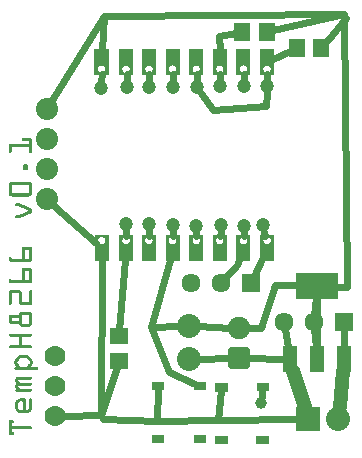
<source format=gtl>
G04 MADE WITH FRITZING*
G04 WWW.FRITZING.ORG*
G04 DOUBLE SIDED*
G04 HOLES PLATED*
G04 CONTOUR ON CENTER OF CONTOUR VECTOR*
%ASAXBY*%
%FSLAX23Y23*%
%MOIN*%
%OFA0B0*%
%SFA1.0B1.0*%
%ADD10C,0.063622*%
%ADD11C,0.080000*%
%ADD12C,0.047244*%
%ADD13C,0.039370*%
%ADD14C,0.075000*%
%ADD15C,0.073889*%
%ADD16C,0.069444*%
%ADD17R,0.063622X0.063622*%
%ADD18R,0.043307X0.027559*%
%ADD19R,0.055118X0.059055*%
%ADD20R,0.059055X0.055118*%
%ADD21R,0.048000X0.088000*%
%ADD22R,0.141732X0.086614*%
%ADD23R,0.080000X0.080000*%
%ADD24C,0.024000*%
%ADD25C,0.048000*%
%ADD26C,0.020000*%
%ADD27R,0.001000X0.001000*%
%LNCOPPER1*%
G90*
G70*
G54D10*
X838Y555D03*
X738Y555D03*
X638Y555D03*
X1149Y424D03*
X1049Y424D03*
X949Y424D03*
G54D11*
X632Y300D03*
X632Y410D03*
X632Y300D03*
X632Y410D03*
G54D12*
X426Y1208D03*
G54D13*
X874Y155D03*
G54D12*
X424Y751D03*
X500Y752D03*
X579Y748D03*
X656Y743D03*
X880Y746D03*
X738Y746D03*
X816Y743D03*
X341Y1204D03*
X578Y1207D03*
X660Y1206D03*
X735Y1209D03*
X816Y1209D03*
X894Y1210D03*
X501Y1206D03*
G54D14*
X799Y304D03*
X799Y404D03*
G54D15*
X158Y835D03*
X158Y935D03*
X158Y1035D03*
X158Y1135D03*
X158Y835D03*
X158Y935D03*
X158Y1035D03*
X158Y1135D03*
G54D11*
X1031Y100D03*
X1131Y100D03*
G54D16*
X186Y109D03*
X186Y209D03*
X186Y309D03*
X186Y109D03*
X186Y209D03*
X186Y309D03*
G54D17*
X838Y555D03*
X1149Y424D03*
G54D18*
X878Y206D03*
X531Y210D03*
X669Y210D03*
X669Y35D03*
X531Y35D03*
G54D19*
X992Y1337D03*
X1073Y1337D03*
G54D20*
X399Y295D03*
X399Y376D03*
G54D19*
X811Y1392D03*
X892Y1392D03*
G54D21*
X968Y300D03*
X1059Y300D03*
X1150Y300D03*
G54D22*
X1059Y544D03*
G54D23*
X1031Y100D03*
G54D24*
X792Y613D02*
X754Y572D01*
D02*
X800Y631D02*
X792Y613D01*
D02*
X875Y633D02*
X848Y576D01*
D02*
X1059Y339D02*
X1059Y506D01*
D02*
X1056Y506D02*
X1051Y446D01*
D02*
X1056Y339D02*
X1051Y401D01*
D02*
X962Y339D02*
X952Y401D01*
D02*
X1150Y339D02*
X1149Y401D01*
D02*
X893Y1251D02*
X894Y1233D01*
D02*
X888Y1143D02*
X892Y1187D01*
D02*
X735Y1251D02*
X735Y1232D01*
D02*
X815Y1251D02*
X815Y1232D01*
D02*
X659Y1251D02*
X659Y1229D01*
D02*
X887Y709D02*
X884Y724D01*
D02*
X815Y709D02*
X815Y720D01*
D02*
X737Y709D02*
X738Y723D01*
D02*
X657Y709D02*
X657Y720D01*
D02*
X579Y709D02*
X579Y725D01*
D02*
X500Y709D02*
X500Y729D01*
D02*
X424Y728D02*
X424Y709D01*
D02*
X578Y1230D02*
X578Y1251D01*
D02*
X341Y1227D02*
X342Y1251D01*
D02*
X507Y407D02*
X601Y409D01*
D02*
X663Y409D02*
X771Y405D01*
D02*
X663Y301D02*
X771Y303D01*
G54D25*
D02*
X1146Y262D02*
X1135Y142D01*
G54D24*
D02*
X1158Y539D02*
X1124Y541D01*
D02*
X920Y547D02*
X874Y405D01*
D02*
X874Y405D02*
X828Y405D01*
D02*
X994Y546D02*
X920Y547D01*
D02*
X950Y301D02*
X828Y304D01*
D02*
X1150Y1449D02*
X1158Y539D01*
D02*
X349Y1444D02*
X1150Y1449D01*
D02*
X344Y1329D02*
X349Y1444D01*
G54D25*
D02*
X980Y262D02*
X1018Y140D01*
G54D24*
D02*
X507Y407D02*
X568Y631D01*
D02*
X567Y258D02*
X507Y407D01*
D02*
X653Y218D02*
X567Y258D01*
D02*
X349Y1444D02*
X176Y1164D01*
D02*
X734Y1377D02*
X789Y1388D01*
D02*
X735Y1329D02*
X734Y1377D01*
D02*
X1150Y1449D02*
X914Y1397D01*
D02*
X420Y631D02*
X401Y398D01*
D02*
X324Y686D02*
X183Y812D01*
D02*
X912Y1299D02*
X970Y1326D01*
D02*
X1155Y1437D02*
X1092Y1361D01*
D02*
X712Y1132D02*
X673Y1187D01*
D02*
X888Y1143D02*
X712Y1132D01*
D02*
X730Y97D02*
X1000Y100D01*
D02*
X338Y113D02*
X392Y273D01*
D02*
X338Y113D02*
X342Y631D01*
D02*
X526Y95D02*
X346Y99D01*
D02*
X526Y95D02*
X730Y97D01*
D02*
X526Y95D02*
X531Y202D01*
D02*
X876Y174D02*
X877Y197D01*
D02*
X425Y1231D02*
X425Y1251D01*
D02*
X501Y1229D02*
X500Y1251D01*
D02*
X730Y97D02*
X740Y197D01*
D02*
X338Y113D02*
X212Y110D01*
G54D26*
X772Y332D02*
X827Y332D01*
X827Y277D01*
X772Y277D01*
X772Y332D01*
D02*
G36*
X719Y219D02*
X762Y219D01*
X762Y192D01*
X719Y192D01*
X719Y219D01*
G37*
D02*
G36*
X856Y44D02*
X900Y44D01*
X900Y17D01*
X856Y17D01*
X856Y44D01*
G37*
D02*
G36*
X719Y44D02*
X762Y44D01*
X762Y17D01*
X719Y17D01*
X719Y44D01*
G37*
D02*
G54D27*
X319Y1335D02*
X364Y1335D01*
X400Y1335D02*
X446Y1335D01*
X476Y1335D02*
X522Y1335D01*
X555Y1335D02*
X601Y1335D01*
X634Y1335D02*
X679Y1335D01*
X713Y1335D02*
X758Y1335D01*
X791Y1335D02*
X837Y1335D01*
X870Y1335D02*
X916Y1335D01*
X318Y1334D02*
X365Y1334D01*
X400Y1334D02*
X446Y1334D01*
X476Y1334D02*
X522Y1334D01*
X555Y1334D02*
X601Y1334D01*
X634Y1334D02*
X680Y1334D01*
X712Y1334D02*
X758Y1334D01*
X791Y1334D02*
X837Y1334D01*
X870Y1334D02*
X916Y1334D01*
X318Y1333D02*
X365Y1333D01*
X400Y1333D02*
X446Y1333D01*
X476Y1333D02*
X522Y1333D01*
X555Y1333D02*
X601Y1333D01*
X634Y1333D02*
X680Y1333D01*
X712Y1333D02*
X758Y1333D01*
X791Y1333D02*
X837Y1333D01*
X870Y1333D02*
X916Y1333D01*
X318Y1332D02*
X365Y1332D01*
X400Y1332D02*
X446Y1332D01*
X476Y1332D02*
X522Y1332D01*
X555Y1332D02*
X601Y1332D01*
X634Y1332D02*
X680Y1332D01*
X712Y1332D02*
X758Y1332D01*
X791Y1332D02*
X837Y1332D01*
X870Y1332D02*
X916Y1332D01*
X318Y1331D02*
X365Y1331D01*
X400Y1331D02*
X446Y1331D01*
X476Y1331D02*
X522Y1331D01*
X555Y1331D02*
X601Y1331D01*
X634Y1331D02*
X680Y1331D01*
X712Y1331D02*
X758Y1331D01*
X791Y1331D02*
X837Y1331D01*
X870Y1331D02*
X916Y1331D01*
X318Y1330D02*
X365Y1330D01*
X400Y1330D02*
X446Y1330D01*
X476Y1330D02*
X522Y1330D01*
X555Y1330D02*
X601Y1330D01*
X634Y1330D02*
X680Y1330D01*
X712Y1330D02*
X758Y1330D01*
X791Y1330D02*
X837Y1330D01*
X870Y1330D02*
X916Y1330D01*
X318Y1329D02*
X365Y1329D01*
X400Y1329D02*
X446Y1329D01*
X476Y1329D02*
X522Y1329D01*
X555Y1329D02*
X601Y1329D01*
X634Y1329D02*
X680Y1329D01*
X712Y1329D02*
X758Y1329D01*
X791Y1329D02*
X837Y1329D01*
X870Y1329D02*
X916Y1329D01*
X318Y1328D02*
X365Y1328D01*
X400Y1328D02*
X446Y1328D01*
X476Y1328D02*
X522Y1328D01*
X555Y1328D02*
X601Y1328D01*
X634Y1328D02*
X680Y1328D01*
X712Y1328D02*
X758Y1328D01*
X791Y1328D02*
X837Y1328D01*
X870Y1328D02*
X916Y1328D01*
X318Y1327D02*
X365Y1327D01*
X400Y1327D02*
X446Y1327D01*
X476Y1327D02*
X522Y1327D01*
X555Y1327D02*
X601Y1327D01*
X634Y1327D02*
X680Y1327D01*
X712Y1327D02*
X758Y1327D01*
X791Y1327D02*
X837Y1327D01*
X870Y1327D02*
X916Y1327D01*
X318Y1326D02*
X365Y1326D01*
X400Y1326D02*
X446Y1326D01*
X476Y1326D02*
X522Y1326D01*
X555Y1326D02*
X601Y1326D01*
X634Y1326D02*
X680Y1326D01*
X712Y1326D02*
X758Y1326D01*
X791Y1326D02*
X837Y1326D01*
X870Y1326D02*
X916Y1326D01*
X318Y1325D02*
X365Y1325D01*
X400Y1325D02*
X446Y1325D01*
X476Y1325D02*
X522Y1325D01*
X555Y1325D02*
X601Y1325D01*
X634Y1325D02*
X680Y1325D01*
X712Y1325D02*
X758Y1325D01*
X791Y1325D02*
X837Y1325D01*
X870Y1325D02*
X916Y1325D01*
X318Y1324D02*
X365Y1324D01*
X400Y1324D02*
X446Y1324D01*
X476Y1324D02*
X522Y1324D01*
X555Y1324D02*
X601Y1324D01*
X634Y1324D02*
X680Y1324D01*
X712Y1324D02*
X758Y1324D01*
X791Y1324D02*
X837Y1324D01*
X870Y1324D02*
X916Y1324D01*
X318Y1323D02*
X365Y1323D01*
X400Y1323D02*
X446Y1323D01*
X476Y1323D02*
X522Y1323D01*
X555Y1323D02*
X601Y1323D01*
X634Y1323D02*
X680Y1323D01*
X712Y1323D02*
X758Y1323D01*
X791Y1323D02*
X837Y1323D01*
X870Y1323D02*
X916Y1323D01*
X318Y1322D02*
X365Y1322D01*
X400Y1322D02*
X446Y1322D01*
X476Y1322D02*
X522Y1322D01*
X555Y1322D02*
X601Y1322D01*
X634Y1322D02*
X680Y1322D01*
X712Y1322D02*
X758Y1322D01*
X791Y1322D02*
X837Y1322D01*
X870Y1322D02*
X916Y1322D01*
X318Y1321D02*
X365Y1321D01*
X400Y1321D02*
X446Y1321D01*
X476Y1321D02*
X522Y1321D01*
X555Y1321D02*
X601Y1321D01*
X634Y1321D02*
X680Y1321D01*
X712Y1321D02*
X758Y1321D01*
X791Y1321D02*
X837Y1321D01*
X870Y1321D02*
X916Y1321D01*
X318Y1320D02*
X365Y1320D01*
X400Y1320D02*
X446Y1320D01*
X476Y1320D02*
X522Y1320D01*
X555Y1320D02*
X601Y1320D01*
X634Y1320D02*
X680Y1320D01*
X712Y1320D02*
X758Y1320D01*
X791Y1320D02*
X837Y1320D01*
X870Y1320D02*
X916Y1320D01*
X318Y1319D02*
X365Y1319D01*
X400Y1319D02*
X446Y1319D01*
X476Y1319D02*
X522Y1319D01*
X555Y1319D02*
X601Y1319D01*
X634Y1319D02*
X680Y1319D01*
X712Y1319D02*
X758Y1319D01*
X791Y1319D02*
X837Y1319D01*
X870Y1319D02*
X916Y1319D01*
X318Y1318D02*
X365Y1318D01*
X400Y1318D02*
X446Y1318D01*
X476Y1318D02*
X522Y1318D01*
X555Y1318D02*
X601Y1318D01*
X634Y1318D02*
X680Y1318D01*
X712Y1318D02*
X758Y1318D01*
X791Y1318D02*
X837Y1318D01*
X870Y1318D02*
X916Y1318D01*
X318Y1317D02*
X365Y1317D01*
X400Y1317D02*
X446Y1317D01*
X476Y1317D02*
X522Y1317D01*
X555Y1317D02*
X601Y1317D01*
X634Y1317D02*
X680Y1317D01*
X712Y1317D02*
X758Y1317D01*
X791Y1317D02*
X837Y1317D01*
X870Y1317D02*
X916Y1317D01*
X318Y1316D02*
X365Y1316D01*
X400Y1316D02*
X446Y1316D01*
X476Y1316D02*
X522Y1316D01*
X555Y1316D02*
X601Y1316D01*
X634Y1316D02*
X680Y1316D01*
X712Y1316D02*
X758Y1316D01*
X791Y1316D02*
X837Y1316D01*
X870Y1316D02*
X916Y1316D01*
X318Y1315D02*
X365Y1315D01*
X400Y1315D02*
X446Y1315D01*
X476Y1315D02*
X522Y1315D01*
X555Y1315D02*
X601Y1315D01*
X634Y1315D02*
X680Y1315D01*
X712Y1315D02*
X758Y1315D01*
X791Y1315D02*
X837Y1315D01*
X870Y1315D02*
X916Y1315D01*
X318Y1314D02*
X365Y1314D01*
X400Y1314D02*
X446Y1314D01*
X476Y1314D02*
X522Y1314D01*
X555Y1314D02*
X601Y1314D01*
X634Y1314D02*
X680Y1314D01*
X712Y1314D02*
X758Y1314D01*
X791Y1314D02*
X837Y1314D01*
X870Y1314D02*
X916Y1314D01*
X318Y1313D02*
X365Y1313D01*
X400Y1313D02*
X446Y1313D01*
X476Y1313D02*
X522Y1313D01*
X555Y1313D02*
X601Y1313D01*
X634Y1313D02*
X680Y1313D01*
X712Y1313D02*
X758Y1313D01*
X791Y1313D02*
X837Y1313D01*
X870Y1313D02*
X916Y1313D01*
X318Y1312D02*
X365Y1312D01*
X400Y1312D02*
X446Y1312D01*
X476Y1312D02*
X522Y1312D01*
X555Y1312D02*
X601Y1312D01*
X634Y1312D02*
X680Y1312D01*
X712Y1312D02*
X758Y1312D01*
X791Y1312D02*
X837Y1312D01*
X870Y1312D02*
X916Y1312D01*
X318Y1311D02*
X365Y1311D01*
X400Y1311D02*
X446Y1311D01*
X476Y1311D02*
X522Y1311D01*
X555Y1311D02*
X601Y1311D01*
X634Y1311D02*
X680Y1311D01*
X712Y1311D02*
X758Y1311D01*
X791Y1311D02*
X837Y1311D01*
X870Y1311D02*
X916Y1311D01*
X318Y1310D02*
X365Y1310D01*
X400Y1310D02*
X446Y1310D01*
X476Y1310D02*
X522Y1310D01*
X555Y1310D02*
X601Y1310D01*
X634Y1310D02*
X680Y1310D01*
X712Y1310D02*
X758Y1310D01*
X791Y1310D02*
X837Y1310D01*
X870Y1310D02*
X916Y1310D01*
X318Y1309D02*
X365Y1309D01*
X400Y1309D02*
X446Y1309D01*
X476Y1309D02*
X522Y1309D01*
X555Y1309D02*
X601Y1309D01*
X634Y1309D02*
X680Y1309D01*
X712Y1309D02*
X758Y1309D01*
X791Y1309D02*
X837Y1309D01*
X870Y1309D02*
X916Y1309D01*
X318Y1308D02*
X365Y1308D01*
X400Y1308D02*
X446Y1308D01*
X476Y1308D02*
X522Y1308D01*
X555Y1308D02*
X601Y1308D01*
X634Y1308D02*
X680Y1308D01*
X712Y1308D02*
X758Y1308D01*
X791Y1308D02*
X837Y1308D01*
X870Y1308D02*
X916Y1308D01*
X318Y1307D02*
X365Y1307D01*
X400Y1307D02*
X446Y1307D01*
X476Y1307D02*
X522Y1307D01*
X555Y1307D02*
X601Y1307D01*
X634Y1307D02*
X680Y1307D01*
X712Y1307D02*
X758Y1307D01*
X791Y1307D02*
X837Y1307D01*
X870Y1307D02*
X916Y1307D01*
X318Y1306D02*
X365Y1306D01*
X400Y1306D02*
X446Y1306D01*
X476Y1306D02*
X522Y1306D01*
X555Y1306D02*
X601Y1306D01*
X634Y1306D02*
X680Y1306D01*
X712Y1306D02*
X758Y1306D01*
X791Y1306D02*
X837Y1306D01*
X870Y1306D02*
X916Y1306D01*
X318Y1305D02*
X365Y1305D01*
X400Y1305D02*
X446Y1305D01*
X476Y1305D02*
X522Y1305D01*
X555Y1305D02*
X601Y1305D01*
X634Y1305D02*
X680Y1305D01*
X712Y1305D02*
X758Y1305D01*
X791Y1305D02*
X837Y1305D01*
X870Y1305D02*
X916Y1305D01*
X318Y1304D02*
X365Y1304D01*
X400Y1304D02*
X446Y1304D01*
X476Y1304D02*
X522Y1304D01*
X555Y1304D02*
X601Y1304D01*
X634Y1304D02*
X680Y1304D01*
X712Y1304D02*
X758Y1304D01*
X791Y1304D02*
X837Y1304D01*
X870Y1304D02*
X916Y1304D01*
X318Y1303D02*
X365Y1303D01*
X400Y1303D02*
X446Y1303D01*
X476Y1303D02*
X522Y1303D01*
X555Y1303D02*
X601Y1303D01*
X634Y1303D02*
X680Y1303D01*
X712Y1303D02*
X758Y1303D01*
X791Y1303D02*
X837Y1303D01*
X870Y1303D02*
X916Y1303D01*
X318Y1302D02*
X365Y1302D01*
X400Y1302D02*
X446Y1302D01*
X476Y1302D02*
X522Y1302D01*
X555Y1302D02*
X601Y1302D01*
X634Y1302D02*
X680Y1302D01*
X712Y1302D02*
X758Y1302D01*
X791Y1302D02*
X837Y1302D01*
X870Y1302D02*
X916Y1302D01*
X318Y1301D02*
X365Y1301D01*
X400Y1301D02*
X446Y1301D01*
X476Y1301D02*
X522Y1301D01*
X555Y1301D02*
X601Y1301D01*
X634Y1301D02*
X680Y1301D01*
X712Y1301D02*
X758Y1301D01*
X791Y1301D02*
X837Y1301D01*
X870Y1301D02*
X916Y1301D01*
X318Y1300D02*
X365Y1300D01*
X400Y1300D02*
X446Y1300D01*
X476Y1300D02*
X522Y1300D01*
X555Y1300D02*
X601Y1300D01*
X634Y1300D02*
X680Y1300D01*
X712Y1300D02*
X758Y1300D01*
X791Y1300D02*
X837Y1300D01*
X870Y1300D02*
X916Y1300D01*
X318Y1299D02*
X365Y1299D01*
X400Y1299D02*
X446Y1299D01*
X476Y1299D02*
X522Y1299D01*
X555Y1299D02*
X601Y1299D01*
X634Y1299D02*
X680Y1299D01*
X712Y1299D02*
X758Y1299D01*
X791Y1299D02*
X837Y1299D01*
X870Y1299D02*
X916Y1299D01*
X318Y1298D02*
X365Y1298D01*
X400Y1298D02*
X446Y1298D01*
X476Y1298D02*
X522Y1298D01*
X555Y1298D02*
X601Y1298D01*
X634Y1298D02*
X680Y1298D01*
X712Y1298D02*
X758Y1298D01*
X791Y1298D02*
X837Y1298D01*
X870Y1298D02*
X916Y1298D01*
X318Y1297D02*
X365Y1297D01*
X400Y1297D02*
X446Y1297D01*
X476Y1297D02*
X522Y1297D01*
X555Y1297D02*
X601Y1297D01*
X634Y1297D02*
X680Y1297D01*
X712Y1297D02*
X758Y1297D01*
X791Y1297D02*
X837Y1297D01*
X870Y1297D02*
X916Y1297D01*
X318Y1296D02*
X365Y1296D01*
X400Y1296D02*
X446Y1296D01*
X476Y1296D02*
X522Y1296D01*
X555Y1296D02*
X601Y1296D01*
X634Y1296D02*
X680Y1296D01*
X712Y1296D02*
X758Y1296D01*
X791Y1296D02*
X837Y1296D01*
X870Y1296D02*
X916Y1296D01*
X318Y1295D02*
X365Y1295D01*
X400Y1295D02*
X446Y1295D01*
X476Y1295D02*
X522Y1295D01*
X555Y1295D02*
X601Y1295D01*
X634Y1295D02*
X680Y1295D01*
X712Y1295D02*
X758Y1295D01*
X791Y1295D02*
X837Y1295D01*
X870Y1295D02*
X916Y1295D01*
X318Y1294D02*
X365Y1294D01*
X400Y1294D02*
X446Y1294D01*
X476Y1294D02*
X522Y1294D01*
X555Y1294D02*
X601Y1294D01*
X634Y1294D02*
X680Y1294D01*
X712Y1294D02*
X758Y1294D01*
X791Y1294D02*
X837Y1294D01*
X870Y1294D02*
X916Y1294D01*
X318Y1293D02*
X365Y1293D01*
X400Y1293D02*
X446Y1293D01*
X476Y1293D02*
X522Y1293D01*
X555Y1293D02*
X601Y1293D01*
X634Y1293D02*
X680Y1293D01*
X712Y1293D02*
X758Y1293D01*
X791Y1293D02*
X837Y1293D01*
X870Y1293D02*
X916Y1293D01*
X318Y1292D02*
X365Y1292D01*
X400Y1292D02*
X446Y1292D01*
X476Y1292D02*
X522Y1292D01*
X555Y1292D02*
X601Y1292D01*
X634Y1292D02*
X680Y1292D01*
X712Y1292D02*
X758Y1292D01*
X791Y1292D02*
X837Y1292D01*
X870Y1292D02*
X916Y1292D01*
X318Y1291D02*
X365Y1291D01*
X400Y1291D02*
X446Y1291D01*
X476Y1291D02*
X522Y1291D01*
X555Y1291D02*
X601Y1291D01*
X634Y1291D02*
X680Y1291D01*
X712Y1291D02*
X758Y1291D01*
X791Y1291D02*
X837Y1291D01*
X870Y1291D02*
X916Y1291D01*
X318Y1290D02*
X365Y1290D01*
X400Y1290D02*
X446Y1290D01*
X476Y1290D02*
X522Y1290D01*
X555Y1290D02*
X601Y1290D01*
X634Y1290D02*
X680Y1290D01*
X712Y1290D02*
X758Y1290D01*
X791Y1290D02*
X837Y1290D01*
X870Y1290D02*
X916Y1290D01*
X318Y1289D02*
X365Y1289D01*
X400Y1289D02*
X446Y1289D01*
X476Y1289D02*
X522Y1289D01*
X555Y1289D02*
X601Y1289D01*
X634Y1289D02*
X680Y1289D01*
X712Y1289D02*
X758Y1289D01*
X791Y1289D02*
X837Y1289D01*
X870Y1289D02*
X916Y1289D01*
X318Y1288D02*
X365Y1288D01*
X400Y1288D02*
X446Y1288D01*
X476Y1288D02*
X522Y1288D01*
X555Y1288D02*
X601Y1288D01*
X634Y1288D02*
X680Y1288D01*
X712Y1288D02*
X758Y1288D01*
X791Y1288D02*
X837Y1288D01*
X870Y1288D02*
X916Y1288D01*
X318Y1287D02*
X365Y1287D01*
X400Y1287D02*
X446Y1287D01*
X476Y1287D02*
X522Y1287D01*
X555Y1287D02*
X601Y1287D01*
X634Y1287D02*
X680Y1287D01*
X712Y1287D02*
X758Y1287D01*
X791Y1287D02*
X837Y1287D01*
X870Y1287D02*
X916Y1287D01*
X318Y1286D02*
X365Y1286D01*
X400Y1286D02*
X446Y1286D01*
X476Y1286D02*
X522Y1286D01*
X555Y1286D02*
X601Y1286D01*
X634Y1286D02*
X680Y1286D01*
X712Y1286D02*
X758Y1286D01*
X791Y1286D02*
X837Y1286D01*
X870Y1286D02*
X916Y1286D01*
X318Y1285D02*
X365Y1285D01*
X400Y1285D02*
X446Y1285D01*
X476Y1285D02*
X522Y1285D01*
X555Y1285D02*
X601Y1285D01*
X634Y1285D02*
X680Y1285D01*
X712Y1285D02*
X758Y1285D01*
X791Y1285D02*
X837Y1285D01*
X870Y1285D02*
X916Y1285D01*
X318Y1284D02*
X365Y1284D01*
X400Y1284D02*
X446Y1284D01*
X476Y1284D02*
X522Y1284D01*
X555Y1284D02*
X601Y1284D01*
X634Y1284D02*
X680Y1284D01*
X712Y1284D02*
X758Y1284D01*
X791Y1284D02*
X837Y1284D01*
X870Y1284D02*
X916Y1284D01*
X318Y1283D02*
X365Y1283D01*
X400Y1283D02*
X446Y1283D01*
X476Y1283D02*
X522Y1283D01*
X555Y1283D02*
X601Y1283D01*
X634Y1283D02*
X680Y1283D01*
X712Y1283D02*
X758Y1283D01*
X791Y1283D02*
X837Y1283D01*
X870Y1283D02*
X916Y1283D01*
X318Y1282D02*
X365Y1282D01*
X400Y1282D02*
X446Y1282D01*
X476Y1282D02*
X522Y1282D01*
X555Y1282D02*
X601Y1282D01*
X634Y1282D02*
X680Y1282D01*
X712Y1282D02*
X758Y1282D01*
X791Y1282D02*
X837Y1282D01*
X870Y1282D02*
X916Y1282D01*
X318Y1281D02*
X365Y1281D01*
X400Y1281D02*
X446Y1281D01*
X476Y1281D02*
X522Y1281D01*
X555Y1281D02*
X601Y1281D01*
X634Y1281D02*
X680Y1281D01*
X712Y1281D02*
X758Y1281D01*
X791Y1281D02*
X837Y1281D01*
X870Y1281D02*
X916Y1281D01*
X318Y1280D02*
X365Y1280D01*
X400Y1280D02*
X446Y1280D01*
X476Y1280D02*
X522Y1280D01*
X555Y1280D02*
X601Y1280D01*
X634Y1280D02*
X680Y1280D01*
X712Y1280D02*
X758Y1280D01*
X791Y1280D02*
X837Y1280D01*
X870Y1280D02*
X916Y1280D01*
X318Y1279D02*
X365Y1279D01*
X400Y1279D02*
X421Y1279D01*
X424Y1279D02*
X446Y1279D01*
X476Y1279D02*
X498Y1279D01*
X501Y1279D02*
X522Y1279D01*
X555Y1279D02*
X577Y1279D01*
X579Y1279D02*
X601Y1279D01*
X634Y1279D02*
X680Y1279D01*
X712Y1279D02*
X758Y1279D01*
X791Y1279D02*
X813Y1279D01*
X816Y1279D02*
X837Y1279D01*
X870Y1279D02*
X892Y1279D01*
X894Y1279D02*
X916Y1279D01*
X318Y1278D02*
X336Y1278D01*
X347Y1278D02*
X365Y1278D01*
X400Y1278D02*
X417Y1278D01*
X428Y1278D02*
X446Y1278D01*
X476Y1278D02*
X494Y1278D01*
X505Y1278D02*
X522Y1278D01*
X555Y1278D02*
X573Y1278D01*
X583Y1278D02*
X601Y1278D01*
X634Y1278D02*
X651Y1278D01*
X662Y1278D02*
X680Y1278D01*
X712Y1278D02*
X730Y1278D01*
X741Y1278D02*
X758Y1278D01*
X791Y1278D02*
X809Y1278D01*
X820Y1278D02*
X837Y1278D01*
X870Y1278D02*
X887Y1278D01*
X898Y1278D02*
X916Y1278D01*
X318Y1277D02*
X334Y1277D01*
X349Y1277D02*
X365Y1277D01*
X400Y1277D02*
X415Y1277D01*
X430Y1277D02*
X446Y1277D01*
X476Y1277D02*
X492Y1277D01*
X506Y1277D02*
X522Y1277D01*
X555Y1277D02*
X571Y1277D01*
X585Y1277D02*
X601Y1277D01*
X634Y1277D02*
X649Y1277D01*
X664Y1277D02*
X680Y1277D01*
X712Y1277D02*
X728Y1277D01*
X742Y1277D02*
X758Y1277D01*
X791Y1277D02*
X807Y1277D01*
X821Y1277D02*
X837Y1277D01*
X870Y1277D02*
X886Y1277D01*
X900Y1277D02*
X916Y1277D01*
X318Y1276D02*
X333Y1276D01*
X350Y1276D02*
X365Y1276D01*
X400Y1276D02*
X414Y1276D01*
X431Y1276D02*
X446Y1276D01*
X476Y1276D02*
X491Y1276D01*
X508Y1276D02*
X522Y1276D01*
X555Y1276D02*
X569Y1276D01*
X586Y1276D02*
X601Y1276D01*
X634Y1276D02*
X648Y1276D01*
X665Y1276D02*
X680Y1276D01*
X712Y1276D02*
X727Y1276D01*
X744Y1276D02*
X758Y1276D01*
X791Y1276D02*
X806Y1276D01*
X823Y1276D02*
X837Y1276D01*
X870Y1276D02*
X884Y1276D01*
X901Y1276D02*
X916Y1276D01*
X318Y1275D02*
X332Y1275D01*
X351Y1275D02*
X365Y1275D01*
X400Y1275D02*
X413Y1275D01*
X432Y1275D02*
X446Y1275D01*
X476Y1275D02*
X490Y1275D01*
X509Y1275D02*
X522Y1275D01*
X555Y1275D02*
X568Y1275D01*
X587Y1275D02*
X601Y1275D01*
X634Y1275D02*
X647Y1275D01*
X666Y1275D02*
X680Y1275D01*
X712Y1275D02*
X726Y1275D01*
X745Y1275D02*
X758Y1275D01*
X791Y1275D02*
X805Y1275D01*
X824Y1275D02*
X837Y1275D01*
X870Y1275D02*
X883Y1275D01*
X902Y1275D02*
X916Y1275D01*
X318Y1274D02*
X331Y1274D01*
X352Y1274D02*
X365Y1274D01*
X400Y1274D02*
X412Y1274D01*
X433Y1274D02*
X446Y1274D01*
X476Y1274D02*
X489Y1274D01*
X510Y1274D02*
X522Y1274D01*
X555Y1274D02*
X568Y1274D01*
X588Y1274D02*
X601Y1274D01*
X634Y1274D02*
X646Y1274D01*
X667Y1274D02*
X680Y1274D01*
X712Y1274D02*
X725Y1274D01*
X746Y1274D02*
X758Y1274D01*
X791Y1274D02*
X804Y1274D01*
X824Y1274D02*
X837Y1274D01*
X870Y1274D02*
X883Y1274D01*
X903Y1274D02*
X916Y1274D01*
X318Y1273D02*
X331Y1273D01*
X353Y1273D02*
X365Y1273D01*
X400Y1273D02*
X412Y1273D01*
X434Y1273D02*
X446Y1273D01*
X476Y1273D02*
X488Y1273D01*
X510Y1273D02*
X522Y1273D01*
X555Y1273D02*
X567Y1273D01*
X589Y1273D02*
X601Y1273D01*
X634Y1273D02*
X646Y1273D01*
X668Y1273D02*
X680Y1273D01*
X712Y1273D02*
X724Y1273D01*
X746Y1273D02*
X758Y1273D01*
X791Y1273D02*
X803Y1273D01*
X825Y1273D02*
X837Y1273D01*
X870Y1273D02*
X882Y1273D01*
X904Y1273D02*
X916Y1273D01*
X318Y1272D02*
X330Y1272D01*
X353Y1272D02*
X365Y1272D01*
X400Y1272D02*
X411Y1272D01*
X434Y1272D02*
X446Y1272D01*
X476Y1272D02*
X488Y1272D01*
X511Y1272D02*
X522Y1272D01*
X555Y1272D02*
X566Y1272D01*
X589Y1272D02*
X601Y1272D01*
X634Y1272D02*
X645Y1272D01*
X668Y1272D02*
X680Y1272D01*
X712Y1272D02*
X724Y1272D01*
X747Y1272D02*
X758Y1272D01*
X791Y1272D02*
X803Y1272D01*
X826Y1272D02*
X837Y1272D01*
X870Y1272D02*
X881Y1272D01*
X904Y1272D02*
X916Y1272D01*
X318Y1271D02*
X330Y1271D01*
X354Y1271D02*
X365Y1271D01*
X400Y1271D02*
X411Y1271D01*
X435Y1271D02*
X446Y1271D01*
X476Y1271D02*
X487Y1271D01*
X511Y1271D02*
X522Y1271D01*
X555Y1271D02*
X566Y1271D01*
X590Y1271D02*
X601Y1271D01*
X634Y1271D02*
X645Y1271D01*
X669Y1271D02*
X680Y1271D01*
X712Y1271D02*
X723Y1271D01*
X747Y1271D02*
X758Y1271D01*
X791Y1271D02*
X802Y1271D01*
X826Y1271D02*
X837Y1271D01*
X870Y1271D02*
X881Y1271D01*
X905Y1271D02*
X916Y1271D01*
X318Y1270D02*
X329Y1270D01*
X354Y1270D02*
X365Y1270D01*
X400Y1270D02*
X410Y1270D01*
X435Y1270D02*
X446Y1270D01*
X476Y1270D02*
X487Y1270D01*
X511Y1270D02*
X522Y1270D01*
X555Y1270D02*
X566Y1270D01*
X590Y1270D02*
X601Y1270D01*
X634Y1270D02*
X644Y1270D01*
X669Y1270D02*
X680Y1270D01*
X712Y1270D02*
X723Y1270D01*
X748Y1270D02*
X758Y1270D01*
X791Y1270D02*
X802Y1270D01*
X826Y1270D02*
X837Y1270D01*
X870Y1270D02*
X881Y1270D01*
X905Y1270D02*
X916Y1270D01*
X318Y1269D02*
X329Y1269D01*
X354Y1269D02*
X365Y1269D01*
X400Y1269D02*
X410Y1269D01*
X435Y1269D02*
X446Y1269D01*
X476Y1269D02*
X487Y1269D01*
X512Y1269D02*
X522Y1269D01*
X555Y1269D02*
X565Y1269D01*
X590Y1269D02*
X601Y1269D01*
X634Y1269D02*
X644Y1269D01*
X669Y1269D02*
X680Y1269D01*
X712Y1269D02*
X723Y1269D01*
X748Y1269D02*
X758Y1269D01*
X791Y1269D02*
X802Y1269D01*
X827Y1269D02*
X837Y1269D01*
X870Y1269D02*
X880Y1269D01*
X905Y1269D02*
X916Y1269D01*
X318Y1268D02*
X329Y1268D01*
X354Y1268D02*
X365Y1268D01*
X400Y1268D02*
X410Y1268D01*
X435Y1268D02*
X446Y1268D01*
X476Y1268D02*
X487Y1268D01*
X512Y1268D02*
X522Y1268D01*
X555Y1268D02*
X565Y1268D01*
X590Y1268D02*
X601Y1268D01*
X634Y1268D02*
X644Y1268D01*
X669Y1268D02*
X680Y1268D01*
X712Y1268D02*
X723Y1268D01*
X748Y1268D02*
X758Y1268D01*
X791Y1268D02*
X802Y1268D01*
X827Y1268D02*
X837Y1268D01*
X870Y1268D02*
X880Y1268D01*
X905Y1268D02*
X916Y1268D01*
X318Y1267D02*
X329Y1267D01*
X354Y1267D02*
X365Y1267D01*
X400Y1267D02*
X410Y1267D01*
X435Y1267D02*
X446Y1267D01*
X476Y1267D02*
X487Y1267D01*
X512Y1267D02*
X522Y1267D01*
X555Y1267D02*
X565Y1267D01*
X590Y1267D02*
X601Y1267D01*
X634Y1267D02*
X644Y1267D01*
X669Y1267D02*
X680Y1267D01*
X712Y1267D02*
X723Y1267D01*
X748Y1267D02*
X758Y1267D01*
X791Y1267D02*
X801Y1267D01*
X827Y1267D02*
X837Y1267D01*
X870Y1267D02*
X880Y1267D01*
X906Y1267D02*
X916Y1267D01*
X318Y1266D02*
X329Y1266D01*
X354Y1266D02*
X365Y1266D01*
X400Y1266D02*
X410Y1266D01*
X435Y1266D02*
X446Y1266D01*
X476Y1266D02*
X487Y1266D01*
X512Y1266D02*
X522Y1266D01*
X555Y1266D02*
X565Y1266D01*
X590Y1266D02*
X601Y1266D01*
X634Y1266D02*
X644Y1266D01*
X669Y1266D02*
X680Y1266D01*
X712Y1266D02*
X723Y1266D01*
X748Y1266D02*
X758Y1266D01*
X791Y1266D02*
X802Y1266D01*
X827Y1266D02*
X837Y1266D01*
X870Y1266D02*
X880Y1266D01*
X905Y1266D02*
X916Y1266D01*
X318Y1265D02*
X329Y1265D01*
X354Y1265D02*
X365Y1265D01*
X400Y1265D02*
X410Y1265D01*
X435Y1265D02*
X446Y1265D01*
X476Y1265D02*
X487Y1265D01*
X512Y1265D02*
X522Y1265D01*
X555Y1265D02*
X565Y1265D01*
X590Y1265D02*
X601Y1265D01*
X634Y1265D02*
X644Y1265D01*
X669Y1265D02*
X680Y1265D01*
X712Y1265D02*
X723Y1265D01*
X748Y1265D02*
X758Y1265D01*
X791Y1265D02*
X802Y1265D01*
X827Y1265D02*
X837Y1265D01*
X870Y1265D02*
X880Y1265D01*
X905Y1265D02*
X916Y1265D01*
X318Y1264D02*
X329Y1264D01*
X354Y1264D02*
X365Y1264D01*
X400Y1264D02*
X410Y1264D01*
X435Y1264D02*
X446Y1264D01*
X476Y1264D02*
X487Y1264D01*
X511Y1264D02*
X522Y1264D01*
X555Y1264D02*
X566Y1264D01*
X590Y1264D02*
X601Y1264D01*
X634Y1264D02*
X644Y1264D01*
X669Y1264D02*
X680Y1264D01*
X712Y1264D02*
X723Y1264D01*
X748Y1264D02*
X758Y1264D01*
X791Y1264D02*
X802Y1264D01*
X826Y1264D02*
X837Y1264D01*
X870Y1264D02*
X881Y1264D01*
X905Y1264D02*
X916Y1264D01*
X318Y1263D02*
X330Y1263D01*
X354Y1263D02*
X365Y1263D01*
X400Y1263D02*
X411Y1263D01*
X435Y1263D02*
X446Y1263D01*
X476Y1263D02*
X487Y1263D01*
X511Y1263D02*
X522Y1263D01*
X555Y1263D02*
X566Y1263D01*
X590Y1263D02*
X601Y1263D01*
X634Y1263D02*
X645Y1263D01*
X669Y1263D02*
X680Y1263D01*
X712Y1263D02*
X723Y1263D01*
X747Y1263D02*
X758Y1263D01*
X791Y1263D02*
X802Y1263D01*
X826Y1263D02*
X837Y1263D01*
X870Y1263D02*
X881Y1263D01*
X905Y1263D02*
X916Y1263D01*
X318Y1262D02*
X330Y1262D01*
X353Y1262D02*
X365Y1262D01*
X400Y1262D02*
X411Y1262D01*
X434Y1262D02*
X446Y1262D01*
X476Y1262D02*
X488Y1262D01*
X511Y1262D02*
X522Y1262D01*
X555Y1262D02*
X566Y1262D01*
X589Y1262D02*
X601Y1262D01*
X634Y1262D02*
X645Y1262D01*
X668Y1262D02*
X680Y1262D01*
X712Y1262D02*
X724Y1262D01*
X747Y1262D02*
X758Y1262D01*
X791Y1262D02*
X803Y1262D01*
X826Y1262D02*
X837Y1262D01*
X870Y1262D02*
X881Y1262D01*
X904Y1262D02*
X916Y1262D01*
X318Y1261D02*
X331Y1261D01*
X353Y1261D02*
X365Y1261D01*
X400Y1261D02*
X412Y1261D01*
X434Y1261D02*
X446Y1261D01*
X476Y1261D02*
X488Y1261D01*
X510Y1261D02*
X522Y1261D01*
X555Y1261D02*
X567Y1261D01*
X589Y1261D02*
X601Y1261D01*
X634Y1261D02*
X646Y1261D01*
X668Y1261D02*
X680Y1261D01*
X712Y1261D02*
X724Y1261D01*
X746Y1261D02*
X758Y1261D01*
X791Y1261D02*
X803Y1261D01*
X825Y1261D02*
X837Y1261D01*
X870Y1261D02*
X882Y1261D01*
X904Y1261D02*
X916Y1261D01*
X318Y1260D02*
X331Y1260D01*
X352Y1260D02*
X365Y1260D01*
X400Y1260D02*
X412Y1260D01*
X433Y1260D02*
X446Y1260D01*
X476Y1260D02*
X489Y1260D01*
X510Y1260D02*
X522Y1260D01*
X555Y1260D02*
X567Y1260D01*
X588Y1260D02*
X601Y1260D01*
X634Y1260D02*
X646Y1260D01*
X667Y1260D02*
X680Y1260D01*
X712Y1260D02*
X725Y1260D01*
X746Y1260D02*
X758Y1260D01*
X791Y1260D02*
X804Y1260D01*
X825Y1260D02*
X837Y1260D01*
X870Y1260D02*
X883Y1260D01*
X903Y1260D02*
X916Y1260D01*
X318Y1259D02*
X332Y1259D01*
X351Y1259D02*
X365Y1259D01*
X400Y1259D02*
X413Y1259D01*
X432Y1259D02*
X446Y1259D01*
X476Y1259D02*
X490Y1259D01*
X509Y1259D02*
X522Y1259D01*
X555Y1259D02*
X568Y1259D01*
X588Y1259D02*
X601Y1259D01*
X634Y1259D02*
X647Y1259D01*
X666Y1259D02*
X680Y1259D01*
X712Y1259D02*
X726Y1259D01*
X745Y1259D02*
X758Y1259D01*
X791Y1259D02*
X804Y1259D01*
X824Y1259D02*
X837Y1259D01*
X870Y1259D02*
X883Y1259D01*
X903Y1259D02*
X916Y1259D01*
X318Y1258D02*
X333Y1258D01*
X350Y1258D02*
X365Y1258D01*
X400Y1258D02*
X414Y1258D01*
X431Y1258D02*
X446Y1258D01*
X476Y1258D02*
X491Y1258D01*
X508Y1258D02*
X522Y1258D01*
X555Y1258D02*
X569Y1258D01*
X587Y1258D02*
X601Y1258D01*
X634Y1258D02*
X648Y1258D01*
X665Y1258D02*
X680Y1258D01*
X712Y1258D02*
X727Y1258D01*
X744Y1258D02*
X758Y1258D01*
X791Y1258D02*
X805Y1258D01*
X823Y1258D02*
X837Y1258D01*
X870Y1258D02*
X884Y1258D01*
X902Y1258D02*
X916Y1258D01*
X318Y1257D02*
X334Y1257D01*
X349Y1257D02*
X365Y1257D01*
X400Y1257D02*
X415Y1257D01*
X430Y1257D02*
X446Y1257D01*
X476Y1257D02*
X492Y1257D01*
X507Y1257D02*
X522Y1257D01*
X555Y1257D02*
X570Y1257D01*
X585Y1257D02*
X601Y1257D01*
X634Y1257D02*
X649Y1257D01*
X664Y1257D02*
X680Y1257D01*
X712Y1257D02*
X728Y1257D01*
X743Y1257D02*
X758Y1257D01*
X791Y1257D02*
X807Y1257D01*
X821Y1257D02*
X837Y1257D01*
X870Y1257D02*
X886Y1257D01*
X900Y1257D02*
X916Y1257D01*
X318Y1256D02*
X336Y1256D01*
X347Y1256D02*
X365Y1256D01*
X400Y1256D02*
X417Y1256D01*
X428Y1256D02*
X446Y1256D01*
X476Y1256D02*
X494Y1256D01*
X505Y1256D02*
X522Y1256D01*
X555Y1256D02*
X572Y1256D01*
X584Y1256D02*
X601Y1256D01*
X634Y1256D02*
X651Y1256D01*
X662Y1256D02*
X680Y1256D01*
X712Y1256D02*
X730Y1256D01*
X741Y1256D02*
X758Y1256D01*
X791Y1256D02*
X808Y1256D01*
X820Y1256D02*
X837Y1256D01*
X870Y1256D02*
X887Y1256D01*
X899Y1256D02*
X916Y1256D01*
X318Y1255D02*
X339Y1255D01*
X344Y1255D02*
X365Y1255D01*
X400Y1255D02*
X420Y1255D01*
X425Y1255D02*
X446Y1255D01*
X476Y1255D02*
X497Y1255D01*
X502Y1255D02*
X522Y1255D01*
X555Y1255D02*
X575Y1255D01*
X581Y1255D02*
X601Y1255D01*
X634Y1255D02*
X654Y1255D01*
X659Y1255D02*
X680Y1255D01*
X712Y1255D02*
X733Y1255D01*
X738Y1255D02*
X758Y1255D01*
X791Y1255D02*
X812Y1255D01*
X816Y1255D02*
X837Y1255D01*
X870Y1255D02*
X891Y1255D01*
X895Y1255D02*
X916Y1255D01*
X318Y1254D02*
X365Y1254D01*
X400Y1254D02*
X446Y1254D01*
X476Y1254D02*
X522Y1254D01*
X555Y1254D02*
X601Y1254D01*
X634Y1254D02*
X680Y1254D01*
X712Y1254D02*
X758Y1254D01*
X791Y1254D02*
X837Y1254D01*
X870Y1254D02*
X916Y1254D01*
X318Y1253D02*
X365Y1253D01*
X400Y1253D02*
X446Y1253D01*
X476Y1253D02*
X522Y1253D01*
X555Y1253D02*
X601Y1253D01*
X634Y1253D02*
X680Y1253D01*
X712Y1253D02*
X758Y1253D01*
X791Y1253D02*
X837Y1253D01*
X870Y1253D02*
X916Y1253D01*
X318Y1252D02*
X365Y1252D01*
X400Y1252D02*
X446Y1252D01*
X476Y1252D02*
X522Y1252D01*
X555Y1252D02*
X601Y1252D01*
X634Y1252D02*
X680Y1252D01*
X712Y1252D02*
X758Y1252D01*
X791Y1252D02*
X837Y1252D01*
X870Y1252D02*
X916Y1252D01*
X318Y1251D02*
X365Y1251D01*
X400Y1251D02*
X446Y1251D01*
X476Y1251D02*
X522Y1251D01*
X555Y1251D02*
X601Y1251D01*
X634Y1251D02*
X680Y1251D01*
X712Y1251D02*
X758Y1251D01*
X791Y1251D02*
X837Y1251D01*
X870Y1251D02*
X916Y1251D01*
X318Y1250D02*
X365Y1250D01*
X400Y1250D02*
X446Y1250D01*
X476Y1250D02*
X522Y1250D01*
X555Y1250D02*
X601Y1250D01*
X634Y1250D02*
X680Y1250D01*
X712Y1250D02*
X758Y1250D01*
X791Y1250D02*
X837Y1250D01*
X870Y1250D02*
X916Y1250D01*
X318Y1249D02*
X365Y1249D01*
X400Y1249D02*
X446Y1249D01*
X476Y1249D02*
X522Y1249D01*
X555Y1249D02*
X601Y1249D01*
X634Y1249D02*
X680Y1249D01*
X712Y1249D02*
X758Y1249D01*
X791Y1249D02*
X837Y1249D01*
X870Y1249D02*
X916Y1249D01*
X318Y1248D02*
X365Y1248D01*
X400Y1248D02*
X446Y1248D01*
X476Y1248D02*
X522Y1248D01*
X555Y1248D02*
X601Y1248D01*
X634Y1248D02*
X680Y1248D01*
X712Y1248D02*
X758Y1248D01*
X791Y1248D02*
X837Y1248D01*
X870Y1248D02*
X916Y1248D01*
X319Y1247D02*
X365Y1247D01*
X400Y1247D02*
X446Y1247D01*
X476Y1247D02*
X522Y1247D01*
X555Y1247D02*
X601Y1247D01*
X634Y1247D02*
X680Y1247D01*
X712Y1247D02*
X758Y1247D01*
X791Y1247D02*
X837Y1247D01*
X870Y1247D02*
X916Y1247D01*
X78Y1036D02*
X106Y1036D01*
X76Y1035D02*
X107Y1035D01*
X76Y1034D02*
X108Y1034D01*
X75Y1033D02*
X109Y1033D01*
X75Y1032D02*
X109Y1032D01*
X75Y1031D02*
X109Y1031D01*
X75Y1030D02*
X109Y1030D01*
X75Y1029D02*
X109Y1029D01*
X76Y1028D02*
X109Y1028D01*
X77Y1027D02*
X109Y1027D01*
X100Y1026D02*
X109Y1026D01*
X100Y1025D02*
X109Y1025D01*
X100Y1024D02*
X109Y1024D01*
X100Y1023D02*
X109Y1023D01*
X100Y1022D02*
X109Y1022D01*
X100Y1021D02*
X109Y1021D01*
X100Y1020D02*
X109Y1020D01*
X100Y1019D02*
X109Y1019D01*
X100Y1018D02*
X109Y1018D01*
X100Y1017D02*
X109Y1017D01*
X32Y1016D02*
X109Y1016D01*
X32Y1015D02*
X109Y1015D01*
X32Y1014D02*
X109Y1014D01*
X32Y1013D02*
X109Y1013D01*
X32Y1012D02*
X109Y1012D01*
X32Y1011D02*
X109Y1011D01*
X32Y1010D02*
X109Y1010D01*
X32Y1009D02*
X109Y1009D01*
X32Y1008D02*
X109Y1008D01*
X32Y1007D02*
X109Y1007D01*
X32Y1006D02*
X41Y1006D01*
X100Y1006D02*
X109Y1006D01*
X32Y1005D02*
X41Y1005D01*
X100Y1005D02*
X109Y1005D01*
X32Y1004D02*
X41Y1004D01*
X100Y1004D02*
X109Y1004D01*
X32Y1003D02*
X41Y1003D01*
X100Y1003D02*
X109Y1003D01*
X32Y1002D02*
X41Y1002D01*
X100Y1002D02*
X109Y1002D01*
X32Y1001D02*
X41Y1001D01*
X100Y1001D02*
X109Y1001D01*
X32Y1000D02*
X41Y1000D01*
X100Y1000D02*
X109Y1000D01*
X32Y999D02*
X41Y999D01*
X100Y999D02*
X109Y999D01*
X32Y998D02*
X41Y998D01*
X100Y998D02*
X109Y998D01*
X32Y997D02*
X41Y997D01*
X100Y997D02*
X109Y997D01*
X32Y996D02*
X41Y996D01*
X100Y996D02*
X109Y996D01*
X32Y995D02*
X41Y995D01*
X100Y995D02*
X109Y995D01*
X32Y994D02*
X41Y994D01*
X100Y994D02*
X109Y994D01*
X32Y993D02*
X41Y993D01*
X100Y993D02*
X109Y993D01*
X32Y992D02*
X41Y992D01*
X100Y992D02*
X109Y992D01*
X32Y991D02*
X41Y991D01*
X100Y991D02*
X109Y991D01*
X32Y990D02*
X41Y990D01*
X100Y990D02*
X109Y990D01*
X33Y989D02*
X40Y989D01*
X101Y989D02*
X108Y989D01*
X34Y988D02*
X40Y988D01*
X102Y988D02*
X108Y988D01*
X35Y987D02*
X38Y987D01*
X103Y987D02*
X106Y987D01*
X83Y949D02*
X92Y949D01*
X81Y948D02*
X94Y948D01*
X80Y947D02*
X95Y947D01*
X79Y946D02*
X96Y946D01*
X79Y945D02*
X96Y945D01*
X79Y944D02*
X96Y944D01*
X79Y943D02*
X96Y943D01*
X79Y942D02*
X96Y942D01*
X79Y941D02*
X96Y941D01*
X79Y940D02*
X96Y940D01*
X79Y939D02*
X96Y939D01*
X79Y938D02*
X96Y938D01*
X79Y937D02*
X96Y937D01*
X79Y936D02*
X96Y936D01*
X79Y935D02*
X96Y935D01*
X79Y934D02*
X96Y934D01*
X79Y933D02*
X96Y933D01*
X79Y932D02*
X96Y932D01*
X80Y931D02*
X95Y931D01*
X81Y930D02*
X94Y930D01*
X38Y891D02*
X103Y891D01*
X37Y890D02*
X105Y890D01*
X35Y889D02*
X106Y889D01*
X35Y888D02*
X107Y888D01*
X34Y887D02*
X108Y887D01*
X33Y886D02*
X108Y886D01*
X33Y885D02*
X109Y885D01*
X32Y884D02*
X109Y884D01*
X32Y883D02*
X109Y883D01*
X32Y882D02*
X109Y882D01*
X32Y881D02*
X41Y881D01*
X100Y881D02*
X109Y881D01*
X32Y880D02*
X41Y880D01*
X100Y880D02*
X109Y880D01*
X32Y879D02*
X41Y879D01*
X100Y879D02*
X109Y879D01*
X32Y878D02*
X41Y878D01*
X100Y878D02*
X109Y878D01*
X32Y877D02*
X41Y877D01*
X100Y877D02*
X109Y877D01*
X32Y876D02*
X41Y876D01*
X100Y876D02*
X109Y876D01*
X32Y875D02*
X41Y875D01*
X100Y875D02*
X109Y875D01*
X32Y874D02*
X41Y874D01*
X100Y874D02*
X109Y874D01*
X32Y873D02*
X41Y873D01*
X100Y873D02*
X109Y873D01*
X32Y872D02*
X41Y872D01*
X100Y872D02*
X109Y872D01*
X32Y871D02*
X41Y871D01*
X100Y871D02*
X109Y871D01*
X32Y870D02*
X41Y870D01*
X100Y870D02*
X109Y870D01*
X32Y869D02*
X41Y869D01*
X100Y869D02*
X109Y869D01*
X32Y868D02*
X41Y868D01*
X100Y868D02*
X109Y868D01*
X32Y867D02*
X41Y867D01*
X100Y867D02*
X109Y867D01*
X32Y866D02*
X41Y866D01*
X100Y866D02*
X109Y866D01*
X32Y865D02*
X41Y865D01*
X100Y865D02*
X109Y865D01*
X32Y864D02*
X41Y864D01*
X100Y864D02*
X109Y864D01*
X32Y863D02*
X41Y863D01*
X100Y863D02*
X109Y863D01*
X32Y862D02*
X41Y862D01*
X100Y862D02*
X109Y862D01*
X32Y861D02*
X41Y861D01*
X100Y861D02*
X109Y861D01*
X32Y860D02*
X41Y860D01*
X100Y860D02*
X109Y860D01*
X32Y859D02*
X41Y859D01*
X100Y859D02*
X109Y859D01*
X32Y858D02*
X41Y858D01*
X100Y858D02*
X109Y858D01*
X32Y857D02*
X41Y857D01*
X100Y857D02*
X109Y857D01*
X32Y856D02*
X41Y856D01*
X100Y856D02*
X109Y856D01*
X32Y855D02*
X41Y855D01*
X100Y855D02*
X109Y855D01*
X32Y854D02*
X41Y854D01*
X100Y854D02*
X109Y854D01*
X32Y853D02*
X41Y853D01*
X100Y853D02*
X109Y853D01*
X32Y852D02*
X109Y852D01*
X32Y851D02*
X109Y851D01*
X32Y850D02*
X109Y850D01*
X33Y849D02*
X109Y849D01*
X33Y848D02*
X108Y848D01*
X34Y847D02*
X108Y847D01*
X34Y846D02*
X107Y846D01*
X35Y845D02*
X106Y845D01*
X36Y844D02*
X105Y844D01*
X38Y843D02*
X103Y843D01*
X42Y842D02*
X99Y842D01*
X56Y819D02*
X68Y819D01*
X55Y818D02*
X70Y818D01*
X54Y817D02*
X73Y817D01*
X54Y816D02*
X75Y816D01*
X53Y815D02*
X77Y815D01*
X53Y814D02*
X79Y814D01*
X54Y813D02*
X82Y813D01*
X54Y812D02*
X84Y812D01*
X55Y811D02*
X86Y811D01*
X56Y810D02*
X89Y810D01*
X67Y809D02*
X91Y809D01*
X69Y808D02*
X93Y808D01*
X71Y807D02*
X95Y807D01*
X74Y806D02*
X98Y806D01*
X76Y805D02*
X100Y805D01*
X78Y804D02*
X102Y804D01*
X80Y803D02*
X105Y803D01*
X83Y802D02*
X107Y802D01*
X85Y801D02*
X108Y801D01*
X87Y800D02*
X109Y800D01*
X90Y799D02*
X109Y799D01*
X92Y798D02*
X109Y798D01*
X94Y797D02*
X109Y797D01*
X96Y796D02*
X109Y796D01*
X99Y795D02*
X109Y795D01*
X99Y794D02*
X109Y794D01*
X96Y793D02*
X109Y793D01*
X94Y792D02*
X109Y792D01*
X92Y791D02*
X109Y791D01*
X89Y790D02*
X109Y790D01*
X87Y789D02*
X109Y789D01*
X85Y788D02*
X108Y788D01*
X82Y787D02*
X106Y787D01*
X80Y786D02*
X104Y786D01*
X78Y785D02*
X102Y785D01*
X75Y784D02*
X100Y784D01*
X73Y783D02*
X97Y783D01*
X71Y782D02*
X95Y782D01*
X69Y781D02*
X93Y781D01*
X66Y780D02*
X91Y780D01*
X56Y779D02*
X88Y779D01*
X55Y778D02*
X86Y778D01*
X54Y777D02*
X84Y777D01*
X54Y776D02*
X81Y776D01*
X53Y775D02*
X79Y775D01*
X53Y774D02*
X77Y774D01*
X54Y773D02*
X75Y773D01*
X54Y772D02*
X72Y772D01*
X55Y771D02*
X70Y771D01*
X57Y770D02*
X68Y770D01*
X319Y715D02*
X365Y715D01*
X400Y715D02*
X446Y715D01*
X476Y715D02*
X522Y715D01*
X555Y715D02*
X601Y715D01*
X634Y715D02*
X680Y715D01*
X712Y715D02*
X758Y715D01*
X791Y715D02*
X837Y715D01*
X870Y715D02*
X916Y715D01*
X319Y714D02*
X365Y714D01*
X400Y714D02*
X446Y714D01*
X476Y714D02*
X522Y714D01*
X555Y714D02*
X601Y714D01*
X634Y714D02*
X680Y714D01*
X712Y714D02*
X759Y714D01*
X791Y714D02*
X837Y714D01*
X870Y714D02*
X916Y714D01*
X319Y713D02*
X365Y713D01*
X400Y713D02*
X446Y713D01*
X476Y713D02*
X522Y713D01*
X555Y713D02*
X601Y713D01*
X634Y713D02*
X680Y713D01*
X712Y713D02*
X759Y713D01*
X791Y713D02*
X837Y713D01*
X870Y713D02*
X916Y713D01*
X319Y712D02*
X365Y712D01*
X400Y712D02*
X446Y712D01*
X476Y712D02*
X522Y712D01*
X555Y712D02*
X601Y712D01*
X634Y712D02*
X680Y712D01*
X712Y712D02*
X759Y712D01*
X791Y712D02*
X837Y712D01*
X870Y712D02*
X916Y712D01*
X319Y711D02*
X365Y711D01*
X400Y711D02*
X446Y711D01*
X476Y711D02*
X522Y711D01*
X555Y711D02*
X601Y711D01*
X634Y711D02*
X680Y711D01*
X712Y711D02*
X759Y711D01*
X791Y711D02*
X837Y711D01*
X870Y711D02*
X916Y711D01*
X319Y710D02*
X365Y710D01*
X400Y710D02*
X446Y710D01*
X476Y710D02*
X522Y710D01*
X555Y710D02*
X601Y710D01*
X634Y710D02*
X680Y710D01*
X712Y710D02*
X759Y710D01*
X791Y710D02*
X837Y710D01*
X870Y710D02*
X916Y710D01*
X319Y709D02*
X365Y709D01*
X400Y709D02*
X446Y709D01*
X476Y709D02*
X522Y709D01*
X555Y709D02*
X601Y709D01*
X634Y709D02*
X680Y709D01*
X712Y709D02*
X759Y709D01*
X791Y709D02*
X837Y709D01*
X870Y709D02*
X916Y709D01*
X319Y708D02*
X365Y708D01*
X400Y708D02*
X446Y708D01*
X476Y708D02*
X522Y708D01*
X555Y708D02*
X601Y708D01*
X634Y708D02*
X680Y708D01*
X712Y708D02*
X759Y708D01*
X791Y708D02*
X837Y708D01*
X870Y708D02*
X916Y708D01*
X319Y707D02*
X339Y707D01*
X344Y707D02*
X365Y707D01*
X400Y707D02*
X420Y707D01*
X425Y707D02*
X446Y707D01*
X476Y707D02*
X497Y707D01*
X502Y707D02*
X522Y707D01*
X555Y707D02*
X575Y707D01*
X580Y707D02*
X601Y707D01*
X634Y707D02*
X654Y707D01*
X659Y707D02*
X680Y707D01*
X712Y707D02*
X733Y707D01*
X738Y707D02*
X759Y707D01*
X791Y707D02*
X812Y707D01*
X817Y707D02*
X837Y707D01*
X870Y707D02*
X890Y707D01*
X895Y707D02*
X916Y707D01*
X319Y706D02*
X336Y706D01*
X347Y706D02*
X365Y706D01*
X400Y706D02*
X417Y706D01*
X428Y706D02*
X446Y706D01*
X476Y706D02*
X494Y706D01*
X505Y706D02*
X522Y706D01*
X555Y706D02*
X572Y706D01*
X584Y706D02*
X601Y706D01*
X634Y706D02*
X651Y706D01*
X662Y706D02*
X680Y706D01*
X712Y706D02*
X730Y706D01*
X741Y706D02*
X759Y706D01*
X791Y706D02*
X808Y706D01*
X820Y706D02*
X837Y706D01*
X870Y706D02*
X887Y706D01*
X899Y706D02*
X916Y706D01*
X319Y705D02*
X334Y705D01*
X349Y705D02*
X365Y705D01*
X400Y705D02*
X415Y705D01*
X430Y705D02*
X446Y705D01*
X476Y705D02*
X492Y705D01*
X507Y705D02*
X522Y705D01*
X555Y705D02*
X571Y705D01*
X585Y705D02*
X601Y705D01*
X634Y705D02*
X649Y705D01*
X664Y705D02*
X680Y705D01*
X712Y705D02*
X728Y705D01*
X743Y705D02*
X759Y705D01*
X791Y705D02*
X807Y705D01*
X822Y705D02*
X837Y705D01*
X870Y705D02*
X885Y705D01*
X900Y705D02*
X916Y705D01*
X319Y704D02*
X333Y704D01*
X350Y704D02*
X365Y704D01*
X400Y704D02*
X414Y704D01*
X431Y704D02*
X446Y704D01*
X476Y704D02*
X491Y704D01*
X508Y704D02*
X522Y704D01*
X555Y704D02*
X569Y704D01*
X587Y704D02*
X601Y704D01*
X634Y704D02*
X648Y704D01*
X665Y704D02*
X680Y704D01*
X712Y704D02*
X727Y704D01*
X744Y704D02*
X759Y704D01*
X791Y704D02*
X805Y704D01*
X823Y704D02*
X837Y704D01*
X870Y704D02*
X884Y704D01*
X902Y704D02*
X916Y704D01*
X319Y703D02*
X332Y703D01*
X351Y703D02*
X365Y703D01*
X400Y703D02*
X413Y703D01*
X432Y703D02*
X446Y703D01*
X476Y703D02*
X490Y703D01*
X509Y703D02*
X522Y703D01*
X555Y703D02*
X568Y703D01*
X588Y703D02*
X601Y703D01*
X634Y703D02*
X647Y703D01*
X666Y703D02*
X680Y703D01*
X712Y703D02*
X726Y703D01*
X745Y703D02*
X759Y703D01*
X791Y703D02*
X805Y703D01*
X824Y703D02*
X837Y703D01*
X870Y703D02*
X883Y703D01*
X903Y703D02*
X916Y703D01*
X319Y702D02*
X331Y702D01*
X352Y702D02*
X365Y702D01*
X400Y702D02*
X412Y702D01*
X433Y702D02*
X446Y702D01*
X476Y702D02*
X489Y702D01*
X510Y702D02*
X522Y702D01*
X555Y702D02*
X567Y702D01*
X588Y702D02*
X601Y702D01*
X634Y702D02*
X646Y702D01*
X667Y702D02*
X680Y702D01*
X712Y702D02*
X725Y702D01*
X746Y702D02*
X759Y702D01*
X791Y702D02*
X804Y702D01*
X825Y702D02*
X837Y702D01*
X870Y702D02*
X882Y702D01*
X903Y702D02*
X916Y702D01*
X319Y701D02*
X331Y701D01*
X353Y701D02*
X365Y701D01*
X400Y701D02*
X412Y701D01*
X434Y701D02*
X446Y701D01*
X476Y701D02*
X488Y701D01*
X510Y701D02*
X522Y701D01*
X555Y701D02*
X567Y701D01*
X589Y701D02*
X601Y701D01*
X634Y701D02*
X646Y701D01*
X668Y701D02*
X680Y701D01*
X712Y701D02*
X724Y701D01*
X746Y701D02*
X759Y701D01*
X791Y701D02*
X803Y701D01*
X825Y701D02*
X837Y701D01*
X870Y701D02*
X882Y701D01*
X904Y701D02*
X916Y701D01*
X319Y700D02*
X330Y700D01*
X353Y700D02*
X365Y700D01*
X400Y700D02*
X411Y700D01*
X434Y700D02*
X446Y700D01*
X476Y700D02*
X488Y700D01*
X511Y700D02*
X522Y700D01*
X555Y700D02*
X566Y700D01*
X590Y700D02*
X601Y700D01*
X634Y700D02*
X645Y700D01*
X668Y700D02*
X680Y700D01*
X712Y700D02*
X724Y700D01*
X747Y700D02*
X759Y700D01*
X791Y700D02*
X803Y700D01*
X826Y700D02*
X837Y700D01*
X870Y700D02*
X881Y700D01*
X904Y700D02*
X916Y700D01*
X319Y699D02*
X330Y699D01*
X354Y699D02*
X365Y699D01*
X400Y699D02*
X411Y699D01*
X435Y699D02*
X446Y699D01*
X476Y699D02*
X487Y699D01*
X511Y699D02*
X522Y699D01*
X555Y699D02*
X566Y699D01*
X590Y699D02*
X601Y699D01*
X634Y699D02*
X645Y699D01*
X669Y699D02*
X680Y699D01*
X712Y699D02*
X723Y699D01*
X747Y699D02*
X759Y699D01*
X791Y699D02*
X802Y699D01*
X826Y699D02*
X837Y699D01*
X870Y699D02*
X881Y699D01*
X905Y699D02*
X916Y699D01*
X319Y698D02*
X329Y698D01*
X354Y698D02*
X365Y698D01*
X400Y698D02*
X410Y698D01*
X435Y698D02*
X446Y698D01*
X476Y698D02*
X487Y698D01*
X511Y698D02*
X522Y698D01*
X555Y698D02*
X566Y698D01*
X590Y698D02*
X601Y698D01*
X634Y698D02*
X644Y698D01*
X669Y698D02*
X680Y698D01*
X712Y698D02*
X723Y698D01*
X748Y698D02*
X759Y698D01*
X791Y698D02*
X802Y698D01*
X826Y698D02*
X837Y698D01*
X870Y698D02*
X881Y698D01*
X905Y698D02*
X916Y698D01*
X319Y697D02*
X329Y697D01*
X354Y697D02*
X365Y697D01*
X400Y697D02*
X410Y697D01*
X435Y697D02*
X446Y697D01*
X476Y697D02*
X487Y697D01*
X512Y697D02*
X522Y697D01*
X555Y697D02*
X565Y697D01*
X590Y697D02*
X601Y697D01*
X634Y697D02*
X644Y697D01*
X669Y697D02*
X680Y697D01*
X712Y697D02*
X723Y697D01*
X748Y697D02*
X759Y697D01*
X791Y697D02*
X802Y697D01*
X827Y697D02*
X837Y697D01*
X870Y697D02*
X880Y697D01*
X905Y697D02*
X916Y697D01*
X319Y696D02*
X329Y696D01*
X354Y696D02*
X365Y696D01*
X400Y696D02*
X410Y696D01*
X435Y696D02*
X446Y696D01*
X476Y696D02*
X487Y696D01*
X512Y696D02*
X522Y696D01*
X555Y696D02*
X565Y696D01*
X591Y696D02*
X601Y696D01*
X634Y696D02*
X644Y696D01*
X669Y696D02*
X680Y696D01*
X712Y696D02*
X723Y696D01*
X748Y696D02*
X759Y696D01*
X791Y696D02*
X802Y696D01*
X827Y696D02*
X837Y696D01*
X870Y696D02*
X880Y696D01*
X905Y696D02*
X916Y696D01*
X319Y695D02*
X329Y695D01*
X354Y695D02*
X365Y695D01*
X400Y695D02*
X410Y695D01*
X435Y695D02*
X446Y695D01*
X476Y695D02*
X487Y695D01*
X512Y695D02*
X522Y695D01*
X555Y695D02*
X565Y695D01*
X591Y695D02*
X601Y695D01*
X634Y695D02*
X644Y695D01*
X669Y695D02*
X680Y695D01*
X712Y695D02*
X723Y695D01*
X748Y695D02*
X759Y695D01*
X791Y695D02*
X802Y695D01*
X827Y695D02*
X837Y695D01*
X870Y695D02*
X880Y695D01*
X906Y695D02*
X916Y695D01*
X319Y694D02*
X329Y694D01*
X354Y694D02*
X365Y694D01*
X400Y694D02*
X410Y694D01*
X435Y694D02*
X446Y694D01*
X476Y694D02*
X487Y694D01*
X512Y694D02*
X522Y694D01*
X555Y694D02*
X565Y694D01*
X590Y694D02*
X601Y694D01*
X634Y694D02*
X644Y694D01*
X669Y694D02*
X680Y694D01*
X712Y694D02*
X723Y694D01*
X748Y694D02*
X759Y694D01*
X791Y694D02*
X802Y694D01*
X827Y694D02*
X837Y694D01*
X870Y694D02*
X880Y694D01*
X905Y694D02*
X916Y694D01*
X319Y693D02*
X329Y693D01*
X354Y693D02*
X365Y693D01*
X400Y693D02*
X410Y693D01*
X435Y693D02*
X446Y693D01*
X476Y693D02*
X487Y693D01*
X512Y693D02*
X522Y693D01*
X555Y693D02*
X565Y693D01*
X590Y693D02*
X601Y693D01*
X634Y693D02*
X644Y693D01*
X669Y693D02*
X680Y693D01*
X712Y693D02*
X723Y693D01*
X748Y693D02*
X759Y693D01*
X791Y693D02*
X802Y693D01*
X827Y693D02*
X837Y693D01*
X870Y693D02*
X880Y693D01*
X905Y693D02*
X916Y693D01*
X319Y692D02*
X330Y692D01*
X354Y692D02*
X365Y692D01*
X400Y692D02*
X410Y692D01*
X435Y692D02*
X446Y692D01*
X476Y692D02*
X487Y692D01*
X511Y692D02*
X522Y692D01*
X555Y692D02*
X566Y692D01*
X590Y692D02*
X601Y692D01*
X634Y692D02*
X645Y692D01*
X669Y692D02*
X680Y692D01*
X712Y692D02*
X723Y692D01*
X748Y692D02*
X759Y692D01*
X791Y692D02*
X802Y692D01*
X826Y692D02*
X837Y692D01*
X870Y692D02*
X881Y692D01*
X905Y692D02*
X916Y692D01*
X319Y691D02*
X330Y691D01*
X354Y691D02*
X365Y691D01*
X400Y691D02*
X411Y691D01*
X435Y691D02*
X446Y691D01*
X476Y691D02*
X487Y691D01*
X511Y691D02*
X522Y691D01*
X555Y691D02*
X566Y691D01*
X590Y691D02*
X601Y691D01*
X634Y691D02*
X645Y691D01*
X669Y691D02*
X680Y691D01*
X712Y691D02*
X723Y691D01*
X747Y691D02*
X759Y691D01*
X791Y691D02*
X802Y691D01*
X826Y691D02*
X837Y691D01*
X870Y691D02*
X881Y691D01*
X905Y691D02*
X916Y691D01*
X319Y690D02*
X330Y690D01*
X353Y690D02*
X365Y690D01*
X400Y690D02*
X411Y690D01*
X434Y690D02*
X446Y690D01*
X476Y690D02*
X488Y690D01*
X511Y690D02*
X522Y690D01*
X555Y690D02*
X566Y690D01*
X589Y690D02*
X601Y690D01*
X634Y690D02*
X645Y690D01*
X668Y690D02*
X680Y690D01*
X712Y690D02*
X724Y690D01*
X747Y690D02*
X759Y690D01*
X791Y690D02*
X803Y690D01*
X826Y690D02*
X837Y690D01*
X870Y690D02*
X881Y690D01*
X904Y690D02*
X916Y690D01*
X319Y689D02*
X331Y689D01*
X353Y689D02*
X365Y689D01*
X400Y689D02*
X412Y689D01*
X434Y689D02*
X446Y689D01*
X476Y689D02*
X488Y689D01*
X510Y689D02*
X522Y689D01*
X555Y689D02*
X567Y689D01*
X589Y689D02*
X601Y689D01*
X634Y689D02*
X646Y689D01*
X668Y689D02*
X680Y689D01*
X712Y689D02*
X724Y689D01*
X746Y689D02*
X759Y689D01*
X791Y689D02*
X803Y689D01*
X825Y689D02*
X837Y689D01*
X870Y689D02*
X882Y689D01*
X904Y689D02*
X916Y689D01*
X319Y688D02*
X331Y688D01*
X352Y688D02*
X365Y688D01*
X400Y688D02*
X412Y688D01*
X433Y688D02*
X446Y688D01*
X476Y688D02*
X489Y688D01*
X510Y688D02*
X522Y688D01*
X555Y688D02*
X568Y688D01*
X588Y688D02*
X601Y688D01*
X634Y688D02*
X646Y688D01*
X667Y688D02*
X680Y688D01*
X712Y688D02*
X725Y688D01*
X746Y688D02*
X759Y688D01*
X791Y688D02*
X804Y688D01*
X824Y688D02*
X837Y688D01*
X870Y688D02*
X883Y688D01*
X903Y688D02*
X916Y688D01*
X319Y687D02*
X332Y687D01*
X351Y687D02*
X365Y687D01*
X400Y687D02*
X413Y687D01*
X432Y687D02*
X446Y687D01*
X476Y687D02*
X490Y687D01*
X509Y687D02*
X522Y687D01*
X555Y687D02*
X568Y687D01*
X587Y687D02*
X601Y687D01*
X634Y687D02*
X647Y687D01*
X666Y687D02*
X680Y687D01*
X712Y687D02*
X726Y687D01*
X745Y687D02*
X759Y687D01*
X791Y687D02*
X805Y687D01*
X824Y687D02*
X837Y687D01*
X870Y687D02*
X883Y687D01*
X902Y687D02*
X916Y687D01*
X319Y686D02*
X333Y686D01*
X350Y686D02*
X365Y686D01*
X400Y686D02*
X414Y686D01*
X431Y686D02*
X446Y686D01*
X476Y686D02*
X491Y686D01*
X508Y686D02*
X522Y686D01*
X555Y686D02*
X569Y686D01*
X586Y686D02*
X601Y686D01*
X634Y686D02*
X648Y686D01*
X665Y686D02*
X680Y686D01*
X712Y686D02*
X727Y686D01*
X744Y686D02*
X759Y686D01*
X791Y686D02*
X806Y686D01*
X823Y686D02*
X837Y686D01*
X870Y686D02*
X884Y686D01*
X901Y686D02*
X916Y686D01*
X319Y685D02*
X334Y685D01*
X349Y685D02*
X365Y685D01*
X400Y685D02*
X415Y685D01*
X430Y685D02*
X446Y685D01*
X476Y685D02*
X492Y685D01*
X506Y685D02*
X522Y685D01*
X555Y685D02*
X571Y685D01*
X585Y685D02*
X601Y685D01*
X634Y685D02*
X650Y685D01*
X664Y685D02*
X680Y685D01*
X712Y685D02*
X728Y685D01*
X743Y685D02*
X759Y685D01*
X791Y685D02*
X807Y685D01*
X821Y685D02*
X837Y685D01*
X870Y685D02*
X886Y685D01*
X900Y685D02*
X916Y685D01*
X319Y684D02*
X336Y684D01*
X347Y684D02*
X365Y684D01*
X400Y684D02*
X417Y684D01*
X428Y684D02*
X446Y684D01*
X476Y684D02*
X494Y684D01*
X505Y684D02*
X522Y684D01*
X555Y684D02*
X573Y684D01*
X583Y684D02*
X601Y684D01*
X634Y684D02*
X651Y684D01*
X662Y684D02*
X680Y684D01*
X712Y684D02*
X730Y684D01*
X741Y684D02*
X759Y684D01*
X791Y684D02*
X809Y684D01*
X820Y684D02*
X837Y684D01*
X870Y684D02*
X888Y684D01*
X898Y684D02*
X916Y684D01*
X319Y683D02*
X340Y683D01*
X343Y683D02*
X365Y683D01*
X400Y683D02*
X421Y683D01*
X424Y683D02*
X446Y683D01*
X476Y683D02*
X498Y683D01*
X500Y683D02*
X522Y683D01*
X555Y683D02*
X577Y683D01*
X579Y683D02*
X601Y683D01*
X634Y683D02*
X656Y683D01*
X658Y683D02*
X680Y683D01*
X712Y683D02*
X734Y683D01*
X736Y683D02*
X759Y683D01*
X791Y683D02*
X813Y683D01*
X815Y683D02*
X837Y683D01*
X870Y683D02*
X892Y683D01*
X894Y683D02*
X916Y683D01*
X319Y682D02*
X365Y682D01*
X400Y682D02*
X446Y682D01*
X476Y682D02*
X522Y682D01*
X555Y682D02*
X601Y682D01*
X634Y682D02*
X680Y682D01*
X712Y682D02*
X759Y682D01*
X791Y682D02*
X837Y682D01*
X870Y682D02*
X916Y682D01*
X319Y681D02*
X365Y681D01*
X400Y681D02*
X446Y681D01*
X476Y681D02*
X522Y681D01*
X555Y681D02*
X601Y681D01*
X634Y681D02*
X680Y681D01*
X712Y681D02*
X759Y681D01*
X791Y681D02*
X837Y681D01*
X870Y681D02*
X916Y681D01*
X319Y680D02*
X365Y680D01*
X400Y680D02*
X446Y680D01*
X476Y680D02*
X522Y680D01*
X555Y680D02*
X601Y680D01*
X634Y680D02*
X680Y680D01*
X712Y680D02*
X759Y680D01*
X791Y680D02*
X837Y680D01*
X870Y680D02*
X916Y680D01*
X319Y679D02*
X365Y679D01*
X400Y679D02*
X446Y679D01*
X476Y679D02*
X522Y679D01*
X555Y679D02*
X601Y679D01*
X634Y679D02*
X680Y679D01*
X712Y679D02*
X759Y679D01*
X791Y679D02*
X837Y679D01*
X870Y679D02*
X916Y679D01*
X319Y678D02*
X365Y678D01*
X400Y678D02*
X446Y678D01*
X476Y678D02*
X522Y678D01*
X555Y678D02*
X601Y678D01*
X634Y678D02*
X680Y678D01*
X712Y678D02*
X759Y678D01*
X791Y678D02*
X837Y678D01*
X870Y678D02*
X916Y678D01*
X319Y677D02*
X365Y677D01*
X400Y677D02*
X446Y677D01*
X476Y677D02*
X522Y677D01*
X555Y677D02*
X601Y677D01*
X634Y677D02*
X680Y677D01*
X712Y677D02*
X759Y677D01*
X791Y677D02*
X837Y677D01*
X870Y677D02*
X916Y677D01*
X319Y676D02*
X365Y676D01*
X400Y676D02*
X446Y676D01*
X476Y676D02*
X522Y676D01*
X555Y676D02*
X601Y676D01*
X634Y676D02*
X680Y676D01*
X712Y676D02*
X759Y676D01*
X791Y676D02*
X837Y676D01*
X870Y676D02*
X916Y676D01*
X319Y675D02*
X365Y675D01*
X400Y675D02*
X446Y675D01*
X476Y675D02*
X522Y675D01*
X555Y675D02*
X601Y675D01*
X634Y675D02*
X680Y675D01*
X712Y675D02*
X759Y675D01*
X791Y675D02*
X837Y675D01*
X870Y675D02*
X916Y675D01*
X77Y674D02*
X107Y674D01*
X319Y674D02*
X365Y674D01*
X400Y674D02*
X446Y674D01*
X476Y674D02*
X522Y674D01*
X555Y674D02*
X601Y674D01*
X634Y674D02*
X680Y674D01*
X712Y674D02*
X759Y674D01*
X791Y674D02*
X837Y674D01*
X870Y674D02*
X916Y674D01*
X76Y673D02*
X108Y673D01*
X319Y673D02*
X365Y673D01*
X400Y673D02*
X446Y673D01*
X476Y673D02*
X522Y673D01*
X555Y673D02*
X601Y673D01*
X634Y673D02*
X680Y673D01*
X712Y673D02*
X759Y673D01*
X791Y673D02*
X837Y673D01*
X870Y673D02*
X916Y673D01*
X75Y672D02*
X109Y672D01*
X319Y672D02*
X365Y672D01*
X400Y672D02*
X446Y672D01*
X476Y672D02*
X522Y672D01*
X555Y672D02*
X601Y672D01*
X634Y672D02*
X680Y672D01*
X712Y672D02*
X759Y672D01*
X791Y672D02*
X837Y672D01*
X870Y672D02*
X916Y672D01*
X75Y671D02*
X109Y671D01*
X319Y671D02*
X365Y671D01*
X400Y671D02*
X446Y671D01*
X476Y671D02*
X522Y671D01*
X555Y671D02*
X601Y671D01*
X634Y671D02*
X680Y671D01*
X712Y671D02*
X759Y671D01*
X791Y671D02*
X837Y671D01*
X870Y671D02*
X916Y671D01*
X75Y670D02*
X109Y670D01*
X319Y670D02*
X365Y670D01*
X400Y670D02*
X446Y670D01*
X476Y670D02*
X522Y670D01*
X555Y670D02*
X601Y670D01*
X634Y670D02*
X680Y670D01*
X712Y670D02*
X759Y670D01*
X791Y670D02*
X837Y670D01*
X870Y670D02*
X916Y670D01*
X75Y669D02*
X109Y669D01*
X319Y669D02*
X365Y669D01*
X400Y669D02*
X446Y669D01*
X476Y669D02*
X522Y669D01*
X555Y669D02*
X601Y669D01*
X634Y669D02*
X680Y669D01*
X712Y669D02*
X759Y669D01*
X791Y669D02*
X837Y669D01*
X870Y669D02*
X916Y669D01*
X75Y668D02*
X109Y668D01*
X319Y668D02*
X365Y668D01*
X400Y668D02*
X446Y668D01*
X476Y668D02*
X522Y668D01*
X555Y668D02*
X601Y668D01*
X634Y668D02*
X680Y668D01*
X712Y668D02*
X759Y668D01*
X791Y668D02*
X837Y668D01*
X870Y668D02*
X916Y668D01*
X75Y667D02*
X109Y667D01*
X319Y667D02*
X365Y667D01*
X400Y667D02*
X446Y667D01*
X476Y667D02*
X522Y667D01*
X555Y667D02*
X601Y667D01*
X634Y667D02*
X680Y667D01*
X712Y667D02*
X759Y667D01*
X791Y667D02*
X837Y667D01*
X870Y667D02*
X916Y667D01*
X75Y666D02*
X109Y666D01*
X319Y666D02*
X365Y666D01*
X400Y666D02*
X446Y666D01*
X476Y666D02*
X522Y666D01*
X555Y666D02*
X601Y666D01*
X634Y666D02*
X680Y666D01*
X712Y666D02*
X759Y666D01*
X791Y666D02*
X837Y666D01*
X870Y666D02*
X916Y666D01*
X75Y665D02*
X109Y665D01*
X319Y665D02*
X365Y665D01*
X400Y665D02*
X446Y665D01*
X476Y665D02*
X522Y665D01*
X555Y665D02*
X601Y665D01*
X634Y665D02*
X680Y665D01*
X712Y665D02*
X759Y665D01*
X791Y665D02*
X837Y665D01*
X870Y665D02*
X916Y665D01*
X75Y664D02*
X84Y664D01*
X100Y664D02*
X109Y664D01*
X319Y664D02*
X365Y664D01*
X400Y664D02*
X446Y664D01*
X476Y664D02*
X522Y664D01*
X555Y664D02*
X601Y664D01*
X634Y664D02*
X680Y664D01*
X712Y664D02*
X759Y664D01*
X791Y664D02*
X837Y664D01*
X870Y664D02*
X916Y664D01*
X75Y663D02*
X84Y663D01*
X100Y663D02*
X109Y663D01*
X319Y663D02*
X365Y663D01*
X400Y663D02*
X446Y663D01*
X476Y663D02*
X522Y663D01*
X555Y663D02*
X601Y663D01*
X634Y663D02*
X680Y663D01*
X712Y663D02*
X759Y663D01*
X791Y663D02*
X837Y663D01*
X870Y663D02*
X916Y663D01*
X75Y662D02*
X84Y662D01*
X100Y662D02*
X109Y662D01*
X319Y662D02*
X365Y662D01*
X400Y662D02*
X446Y662D01*
X476Y662D02*
X522Y662D01*
X555Y662D02*
X601Y662D01*
X634Y662D02*
X680Y662D01*
X712Y662D02*
X759Y662D01*
X791Y662D02*
X837Y662D01*
X870Y662D02*
X916Y662D01*
X75Y661D02*
X84Y661D01*
X100Y661D02*
X109Y661D01*
X319Y661D02*
X365Y661D01*
X400Y661D02*
X446Y661D01*
X476Y661D02*
X522Y661D01*
X555Y661D02*
X601Y661D01*
X634Y661D02*
X680Y661D01*
X712Y661D02*
X759Y661D01*
X791Y661D02*
X837Y661D01*
X870Y661D02*
X916Y661D01*
X75Y660D02*
X84Y660D01*
X100Y660D02*
X109Y660D01*
X319Y660D02*
X365Y660D01*
X400Y660D02*
X446Y660D01*
X476Y660D02*
X522Y660D01*
X555Y660D02*
X601Y660D01*
X634Y660D02*
X680Y660D01*
X712Y660D02*
X759Y660D01*
X791Y660D02*
X837Y660D01*
X870Y660D02*
X916Y660D01*
X75Y659D02*
X84Y659D01*
X100Y659D02*
X109Y659D01*
X319Y659D02*
X365Y659D01*
X400Y659D02*
X446Y659D01*
X476Y659D02*
X522Y659D01*
X555Y659D02*
X601Y659D01*
X634Y659D02*
X680Y659D01*
X712Y659D02*
X759Y659D01*
X791Y659D02*
X837Y659D01*
X870Y659D02*
X916Y659D01*
X75Y658D02*
X84Y658D01*
X100Y658D02*
X109Y658D01*
X319Y658D02*
X365Y658D01*
X400Y658D02*
X446Y658D01*
X476Y658D02*
X522Y658D01*
X555Y658D02*
X601Y658D01*
X634Y658D02*
X680Y658D01*
X712Y658D02*
X759Y658D01*
X791Y658D02*
X837Y658D01*
X870Y658D02*
X916Y658D01*
X75Y657D02*
X84Y657D01*
X100Y657D02*
X109Y657D01*
X319Y657D02*
X365Y657D01*
X400Y657D02*
X446Y657D01*
X476Y657D02*
X522Y657D01*
X555Y657D02*
X601Y657D01*
X634Y657D02*
X680Y657D01*
X712Y657D02*
X759Y657D01*
X791Y657D02*
X837Y657D01*
X870Y657D02*
X916Y657D01*
X75Y656D02*
X84Y656D01*
X100Y656D02*
X109Y656D01*
X319Y656D02*
X365Y656D01*
X400Y656D02*
X446Y656D01*
X476Y656D02*
X522Y656D01*
X555Y656D02*
X601Y656D01*
X634Y656D02*
X680Y656D01*
X712Y656D02*
X759Y656D01*
X791Y656D02*
X837Y656D01*
X870Y656D02*
X916Y656D01*
X75Y655D02*
X84Y655D01*
X100Y655D02*
X109Y655D01*
X319Y655D02*
X365Y655D01*
X400Y655D02*
X446Y655D01*
X476Y655D02*
X522Y655D01*
X555Y655D02*
X601Y655D01*
X634Y655D02*
X680Y655D01*
X712Y655D02*
X759Y655D01*
X791Y655D02*
X837Y655D01*
X870Y655D02*
X916Y655D01*
X75Y654D02*
X84Y654D01*
X100Y654D02*
X109Y654D01*
X319Y654D02*
X365Y654D01*
X400Y654D02*
X446Y654D01*
X476Y654D02*
X522Y654D01*
X555Y654D02*
X601Y654D01*
X634Y654D02*
X680Y654D01*
X712Y654D02*
X759Y654D01*
X791Y654D02*
X837Y654D01*
X870Y654D02*
X916Y654D01*
X75Y653D02*
X84Y653D01*
X100Y653D02*
X109Y653D01*
X319Y653D02*
X365Y653D01*
X400Y653D02*
X446Y653D01*
X476Y653D02*
X522Y653D01*
X555Y653D02*
X601Y653D01*
X634Y653D02*
X680Y653D01*
X712Y653D02*
X759Y653D01*
X791Y653D02*
X837Y653D01*
X870Y653D02*
X916Y653D01*
X75Y652D02*
X84Y652D01*
X100Y652D02*
X109Y652D01*
X319Y652D02*
X365Y652D01*
X400Y652D02*
X446Y652D01*
X476Y652D02*
X522Y652D01*
X555Y652D02*
X601Y652D01*
X634Y652D02*
X680Y652D01*
X712Y652D02*
X759Y652D01*
X791Y652D02*
X837Y652D01*
X870Y652D02*
X916Y652D01*
X75Y651D02*
X84Y651D01*
X100Y651D02*
X109Y651D01*
X319Y651D02*
X365Y651D01*
X400Y651D02*
X446Y651D01*
X476Y651D02*
X522Y651D01*
X555Y651D02*
X601Y651D01*
X634Y651D02*
X680Y651D01*
X712Y651D02*
X759Y651D01*
X791Y651D02*
X837Y651D01*
X870Y651D02*
X916Y651D01*
X75Y650D02*
X84Y650D01*
X100Y650D02*
X109Y650D01*
X319Y650D02*
X365Y650D01*
X400Y650D02*
X446Y650D01*
X476Y650D02*
X522Y650D01*
X555Y650D02*
X601Y650D01*
X634Y650D02*
X680Y650D01*
X712Y650D02*
X759Y650D01*
X791Y650D02*
X837Y650D01*
X870Y650D02*
X916Y650D01*
X75Y649D02*
X84Y649D01*
X100Y649D02*
X109Y649D01*
X319Y649D02*
X365Y649D01*
X400Y649D02*
X446Y649D01*
X476Y649D02*
X522Y649D01*
X555Y649D02*
X601Y649D01*
X634Y649D02*
X680Y649D01*
X712Y649D02*
X759Y649D01*
X791Y649D02*
X837Y649D01*
X870Y649D02*
X916Y649D01*
X75Y648D02*
X84Y648D01*
X100Y648D02*
X109Y648D01*
X319Y648D02*
X365Y648D01*
X400Y648D02*
X446Y648D01*
X476Y648D02*
X522Y648D01*
X555Y648D02*
X601Y648D01*
X634Y648D02*
X680Y648D01*
X712Y648D02*
X759Y648D01*
X791Y648D02*
X837Y648D01*
X870Y648D02*
X916Y648D01*
X75Y647D02*
X84Y647D01*
X100Y647D02*
X109Y647D01*
X319Y647D02*
X365Y647D01*
X400Y647D02*
X446Y647D01*
X476Y647D02*
X522Y647D01*
X555Y647D02*
X601Y647D01*
X634Y647D02*
X680Y647D01*
X712Y647D02*
X759Y647D01*
X791Y647D02*
X837Y647D01*
X870Y647D02*
X916Y647D01*
X75Y646D02*
X84Y646D01*
X100Y646D02*
X109Y646D01*
X319Y646D02*
X365Y646D01*
X400Y646D02*
X446Y646D01*
X476Y646D02*
X522Y646D01*
X555Y646D02*
X601Y646D01*
X634Y646D02*
X680Y646D01*
X712Y646D02*
X759Y646D01*
X791Y646D02*
X837Y646D01*
X870Y646D02*
X916Y646D01*
X75Y645D02*
X84Y645D01*
X100Y645D02*
X109Y645D01*
X319Y645D02*
X365Y645D01*
X400Y645D02*
X446Y645D01*
X476Y645D02*
X522Y645D01*
X555Y645D02*
X601Y645D01*
X634Y645D02*
X680Y645D01*
X712Y645D02*
X759Y645D01*
X791Y645D02*
X837Y645D01*
X870Y645D02*
X916Y645D01*
X75Y644D02*
X84Y644D01*
X100Y644D02*
X109Y644D01*
X319Y644D02*
X365Y644D01*
X400Y644D02*
X446Y644D01*
X476Y644D02*
X522Y644D01*
X555Y644D02*
X601Y644D01*
X634Y644D02*
X680Y644D01*
X712Y644D02*
X759Y644D01*
X791Y644D02*
X837Y644D01*
X870Y644D02*
X916Y644D01*
X75Y643D02*
X84Y643D01*
X100Y643D02*
X109Y643D01*
X319Y643D02*
X365Y643D01*
X400Y643D02*
X446Y643D01*
X476Y643D02*
X522Y643D01*
X555Y643D02*
X601Y643D01*
X634Y643D02*
X680Y643D01*
X712Y643D02*
X759Y643D01*
X791Y643D02*
X837Y643D01*
X870Y643D02*
X916Y643D01*
X75Y642D02*
X84Y642D01*
X100Y642D02*
X109Y642D01*
X319Y642D02*
X365Y642D01*
X400Y642D02*
X446Y642D01*
X476Y642D02*
X522Y642D01*
X555Y642D02*
X601Y642D01*
X634Y642D02*
X680Y642D01*
X712Y642D02*
X759Y642D01*
X791Y642D02*
X837Y642D01*
X870Y642D02*
X916Y642D01*
X75Y641D02*
X84Y641D01*
X100Y641D02*
X109Y641D01*
X319Y641D02*
X365Y641D01*
X400Y641D02*
X446Y641D01*
X476Y641D02*
X522Y641D01*
X555Y641D02*
X601Y641D01*
X634Y641D02*
X680Y641D01*
X712Y641D02*
X759Y641D01*
X791Y641D02*
X837Y641D01*
X870Y641D02*
X916Y641D01*
X36Y640D02*
X37Y640D01*
X75Y640D02*
X84Y640D01*
X100Y640D02*
X109Y640D01*
X319Y640D02*
X365Y640D01*
X400Y640D02*
X446Y640D01*
X476Y640D02*
X522Y640D01*
X555Y640D02*
X601Y640D01*
X634Y640D02*
X680Y640D01*
X712Y640D02*
X759Y640D01*
X791Y640D02*
X837Y640D01*
X870Y640D02*
X916Y640D01*
X34Y639D02*
X39Y639D01*
X75Y639D02*
X84Y639D01*
X100Y639D02*
X109Y639D01*
X319Y639D02*
X365Y639D01*
X400Y639D02*
X446Y639D01*
X476Y639D02*
X522Y639D01*
X555Y639D02*
X601Y639D01*
X634Y639D02*
X680Y639D01*
X712Y639D02*
X759Y639D01*
X791Y639D02*
X837Y639D01*
X870Y639D02*
X916Y639D01*
X33Y638D02*
X40Y638D01*
X75Y638D02*
X84Y638D01*
X100Y638D02*
X109Y638D01*
X319Y638D02*
X365Y638D01*
X400Y638D02*
X446Y638D01*
X476Y638D02*
X522Y638D01*
X555Y638D02*
X601Y638D01*
X634Y638D02*
X680Y638D01*
X712Y638D02*
X759Y638D01*
X791Y638D02*
X837Y638D01*
X870Y638D02*
X916Y638D01*
X33Y637D02*
X41Y637D01*
X75Y637D02*
X84Y637D01*
X100Y637D02*
X109Y637D01*
X319Y637D02*
X365Y637D01*
X400Y637D02*
X446Y637D01*
X476Y637D02*
X522Y637D01*
X555Y637D02*
X601Y637D01*
X634Y637D02*
X680Y637D01*
X712Y637D02*
X759Y637D01*
X791Y637D02*
X837Y637D01*
X870Y637D02*
X916Y637D01*
X32Y636D02*
X41Y636D01*
X75Y636D02*
X84Y636D01*
X100Y636D02*
X109Y636D01*
X319Y636D02*
X365Y636D01*
X400Y636D02*
X446Y636D01*
X476Y636D02*
X522Y636D01*
X555Y636D02*
X601Y636D01*
X634Y636D02*
X680Y636D01*
X712Y636D02*
X759Y636D01*
X791Y636D02*
X837Y636D01*
X870Y636D02*
X916Y636D01*
X32Y635D02*
X109Y635D01*
X319Y635D02*
X365Y635D01*
X400Y635D02*
X446Y635D01*
X476Y635D02*
X522Y635D01*
X555Y635D02*
X601Y635D01*
X634Y635D02*
X680Y635D01*
X712Y635D02*
X759Y635D01*
X791Y635D02*
X837Y635D01*
X870Y635D02*
X916Y635D01*
X32Y634D02*
X109Y634D01*
X319Y634D02*
X365Y634D01*
X400Y634D02*
X446Y634D01*
X476Y634D02*
X522Y634D01*
X555Y634D02*
X601Y634D01*
X634Y634D02*
X680Y634D01*
X712Y634D02*
X759Y634D01*
X791Y634D02*
X837Y634D01*
X870Y634D02*
X916Y634D01*
X32Y633D02*
X109Y633D01*
X319Y633D02*
X365Y633D01*
X400Y633D02*
X446Y633D01*
X476Y633D02*
X522Y633D01*
X555Y633D02*
X601Y633D01*
X634Y633D02*
X680Y633D01*
X712Y633D02*
X759Y633D01*
X791Y633D02*
X837Y633D01*
X870Y633D02*
X916Y633D01*
X32Y632D02*
X109Y632D01*
X319Y632D02*
X365Y632D01*
X400Y632D02*
X446Y632D01*
X476Y632D02*
X522Y632D01*
X555Y632D02*
X601Y632D01*
X634Y632D02*
X680Y632D01*
X712Y632D02*
X759Y632D01*
X791Y632D02*
X837Y632D01*
X870Y632D02*
X916Y632D01*
X32Y631D02*
X109Y631D01*
X319Y631D02*
X365Y631D01*
X400Y631D02*
X446Y631D01*
X476Y631D02*
X522Y631D01*
X555Y631D02*
X601Y631D01*
X634Y631D02*
X680Y631D01*
X712Y631D02*
X759Y631D01*
X791Y631D02*
X837Y631D01*
X870Y631D02*
X916Y631D01*
X32Y630D02*
X109Y630D01*
X319Y630D02*
X365Y630D01*
X400Y630D02*
X446Y630D01*
X476Y630D02*
X522Y630D01*
X555Y630D02*
X601Y630D01*
X634Y630D02*
X680Y630D01*
X712Y630D02*
X759Y630D01*
X791Y630D02*
X837Y630D01*
X870Y630D02*
X916Y630D01*
X32Y629D02*
X109Y629D01*
X319Y629D02*
X365Y629D01*
X400Y629D02*
X446Y629D01*
X476Y629D02*
X522Y629D01*
X555Y629D02*
X601Y629D01*
X634Y629D02*
X680Y629D01*
X712Y629D02*
X759Y629D01*
X791Y629D02*
X837Y629D01*
X870Y629D02*
X916Y629D01*
X33Y628D02*
X109Y628D01*
X319Y628D02*
X365Y628D01*
X400Y628D02*
X446Y628D01*
X476Y628D02*
X522Y628D01*
X555Y628D02*
X601Y628D01*
X634Y628D02*
X680Y628D01*
X712Y628D02*
X759Y628D01*
X791Y628D02*
X837Y628D01*
X870Y628D02*
X916Y628D01*
X33Y627D02*
X108Y627D01*
X319Y627D02*
X365Y627D01*
X400Y627D02*
X446Y627D01*
X476Y627D02*
X522Y627D01*
X555Y627D02*
X601Y627D01*
X634Y627D02*
X680Y627D01*
X713Y627D02*
X758Y627D01*
X791Y627D02*
X837Y627D01*
X870Y627D02*
X916Y627D01*
X35Y626D02*
X107Y626D01*
X77Y602D02*
X107Y602D01*
X76Y601D02*
X108Y601D01*
X75Y600D02*
X108Y600D01*
X75Y599D02*
X109Y599D01*
X75Y598D02*
X109Y598D01*
X75Y597D02*
X109Y597D01*
X75Y596D02*
X109Y596D01*
X75Y595D02*
X109Y595D01*
X75Y594D02*
X109Y594D01*
X75Y593D02*
X109Y593D01*
X75Y592D02*
X84Y592D01*
X100Y592D02*
X109Y592D01*
X75Y591D02*
X84Y591D01*
X100Y591D02*
X109Y591D01*
X75Y590D02*
X84Y590D01*
X100Y590D02*
X109Y590D01*
X75Y589D02*
X84Y589D01*
X100Y589D02*
X109Y589D01*
X75Y588D02*
X84Y588D01*
X100Y588D02*
X109Y588D01*
X75Y587D02*
X84Y587D01*
X100Y587D02*
X109Y587D01*
X75Y586D02*
X84Y586D01*
X100Y586D02*
X109Y586D01*
X75Y585D02*
X84Y585D01*
X100Y585D02*
X109Y585D01*
X75Y584D02*
X84Y584D01*
X100Y584D02*
X109Y584D01*
X75Y583D02*
X84Y583D01*
X100Y583D02*
X109Y583D01*
X75Y582D02*
X84Y582D01*
X100Y582D02*
X109Y582D01*
X75Y581D02*
X84Y581D01*
X100Y581D02*
X109Y581D01*
X75Y580D02*
X84Y580D01*
X100Y580D02*
X109Y580D01*
X75Y579D02*
X84Y579D01*
X100Y579D02*
X109Y579D01*
X75Y578D02*
X84Y578D01*
X100Y578D02*
X109Y578D01*
X75Y577D02*
X84Y577D01*
X100Y577D02*
X109Y577D01*
X75Y576D02*
X84Y576D01*
X100Y576D02*
X109Y576D01*
X75Y575D02*
X84Y575D01*
X100Y575D02*
X109Y575D01*
X75Y574D02*
X84Y574D01*
X100Y574D02*
X109Y574D01*
X75Y573D02*
X84Y573D01*
X100Y573D02*
X109Y573D01*
X75Y572D02*
X84Y572D01*
X100Y572D02*
X109Y572D01*
X75Y571D02*
X84Y571D01*
X100Y571D02*
X109Y571D01*
X75Y570D02*
X84Y570D01*
X100Y570D02*
X109Y570D01*
X75Y569D02*
X84Y569D01*
X100Y569D02*
X109Y569D01*
X75Y568D02*
X84Y568D01*
X100Y568D02*
X109Y568D01*
X34Y567D02*
X39Y567D01*
X75Y567D02*
X84Y567D01*
X100Y567D02*
X109Y567D01*
X33Y566D02*
X40Y566D01*
X75Y566D02*
X84Y566D01*
X100Y566D02*
X109Y566D01*
X33Y565D02*
X41Y565D01*
X75Y565D02*
X84Y565D01*
X100Y565D02*
X109Y565D01*
X32Y564D02*
X41Y564D01*
X75Y564D02*
X84Y564D01*
X100Y564D02*
X109Y564D01*
X32Y563D02*
X42Y563D01*
X74Y563D02*
X84Y563D01*
X100Y563D02*
X109Y563D01*
X32Y562D02*
X109Y562D01*
X32Y561D02*
X109Y561D01*
X32Y560D02*
X109Y560D01*
X32Y559D02*
X109Y559D01*
X32Y558D02*
X109Y558D01*
X32Y557D02*
X109Y557D01*
X33Y556D02*
X109Y556D01*
X33Y555D02*
X108Y555D01*
X34Y554D02*
X107Y554D01*
X37Y553D02*
X104Y553D01*
X39Y530D02*
X68Y530D01*
X103Y530D02*
X106Y530D01*
X37Y529D02*
X70Y529D01*
X102Y529D02*
X108Y529D01*
X36Y528D02*
X72Y528D01*
X101Y528D02*
X108Y528D01*
X35Y527D02*
X73Y527D01*
X100Y527D02*
X109Y527D01*
X34Y526D02*
X73Y526D01*
X100Y526D02*
X109Y526D01*
X33Y525D02*
X74Y525D01*
X100Y525D02*
X109Y525D01*
X33Y524D02*
X74Y524D01*
X100Y524D02*
X109Y524D01*
X33Y523D02*
X75Y523D01*
X100Y523D02*
X109Y523D01*
X32Y522D02*
X75Y522D01*
X100Y522D02*
X109Y522D01*
X32Y521D02*
X75Y521D01*
X100Y521D02*
X109Y521D01*
X32Y520D02*
X41Y520D01*
X66Y520D02*
X75Y520D01*
X100Y520D02*
X109Y520D01*
X32Y519D02*
X41Y519D01*
X66Y519D02*
X75Y519D01*
X100Y519D02*
X109Y519D01*
X32Y518D02*
X41Y518D01*
X66Y518D02*
X75Y518D01*
X100Y518D02*
X109Y518D01*
X32Y517D02*
X41Y517D01*
X66Y517D02*
X75Y517D01*
X100Y517D02*
X109Y517D01*
X32Y516D02*
X41Y516D01*
X66Y516D02*
X75Y516D01*
X100Y516D02*
X109Y516D01*
X32Y515D02*
X41Y515D01*
X66Y515D02*
X75Y515D01*
X100Y515D02*
X109Y515D01*
X32Y514D02*
X41Y514D01*
X66Y514D02*
X75Y514D01*
X100Y514D02*
X109Y514D01*
X32Y513D02*
X41Y513D01*
X66Y513D02*
X75Y513D01*
X100Y513D02*
X109Y513D01*
X32Y512D02*
X41Y512D01*
X66Y512D02*
X75Y512D01*
X100Y512D02*
X109Y512D01*
X32Y511D02*
X41Y511D01*
X66Y511D02*
X75Y511D01*
X100Y511D02*
X109Y511D01*
X32Y510D02*
X41Y510D01*
X66Y510D02*
X75Y510D01*
X100Y510D02*
X109Y510D01*
X32Y509D02*
X41Y509D01*
X66Y509D02*
X75Y509D01*
X100Y509D02*
X109Y509D01*
X32Y508D02*
X41Y508D01*
X66Y508D02*
X75Y508D01*
X100Y508D02*
X109Y508D01*
X32Y507D02*
X41Y507D01*
X66Y507D02*
X75Y507D01*
X100Y507D02*
X109Y507D01*
X32Y506D02*
X41Y506D01*
X66Y506D02*
X75Y506D01*
X100Y506D02*
X109Y506D01*
X32Y505D02*
X41Y505D01*
X66Y505D02*
X75Y505D01*
X100Y505D02*
X109Y505D01*
X32Y504D02*
X41Y504D01*
X66Y504D02*
X75Y504D01*
X100Y504D02*
X109Y504D01*
X32Y503D02*
X41Y503D01*
X66Y503D02*
X75Y503D01*
X100Y503D02*
X109Y503D01*
X32Y502D02*
X41Y502D01*
X66Y502D02*
X75Y502D01*
X100Y502D02*
X109Y502D01*
X32Y501D02*
X41Y501D01*
X66Y501D02*
X75Y501D01*
X100Y501D02*
X109Y501D01*
X32Y500D02*
X41Y500D01*
X66Y500D02*
X75Y500D01*
X100Y500D02*
X109Y500D01*
X32Y499D02*
X41Y499D01*
X66Y499D02*
X75Y499D01*
X100Y499D02*
X109Y499D01*
X32Y498D02*
X41Y498D01*
X66Y498D02*
X75Y498D01*
X100Y498D02*
X109Y498D01*
X32Y497D02*
X41Y497D01*
X66Y497D02*
X75Y497D01*
X100Y497D02*
X109Y497D01*
X32Y496D02*
X41Y496D01*
X66Y496D02*
X75Y496D01*
X100Y496D02*
X109Y496D01*
X32Y495D02*
X41Y495D01*
X66Y495D02*
X75Y495D01*
X100Y495D02*
X109Y495D01*
X32Y494D02*
X41Y494D01*
X66Y494D02*
X75Y494D01*
X100Y494D02*
X109Y494D01*
X32Y493D02*
X41Y493D01*
X66Y493D02*
X75Y493D01*
X100Y493D02*
X109Y493D01*
X32Y492D02*
X41Y492D01*
X66Y492D02*
X75Y492D01*
X100Y492D02*
X109Y492D01*
X32Y491D02*
X41Y491D01*
X66Y491D02*
X75Y491D01*
X100Y491D02*
X109Y491D01*
X32Y490D02*
X41Y490D01*
X66Y490D02*
X109Y490D01*
X32Y489D02*
X41Y489D01*
X66Y489D02*
X109Y489D01*
X32Y488D02*
X41Y488D01*
X67Y488D02*
X109Y488D01*
X32Y487D02*
X41Y487D01*
X67Y487D02*
X109Y487D01*
X32Y486D02*
X41Y486D01*
X67Y486D02*
X109Y486D01*
X32Y485D02*
X41Y485D01*
X68Y485D02*
X109Y485D01*
X32Y484D02*
X41Y484D01*
X69Y484D02*
X109Y484D01*
X33Y483D02*
X40Y483D01*
X70Y483D02*
X109Y483D01*
X34Y482D02*
X40Y482D01*
X71Y482D02*
X109Y482D01*
X36Y481D02*
X38Y481D01*
X74Y481D02*
X109Y481D01*
X74Y458D02*
X101Y458D01*
X72Y457D02*
X104Y457D01*
X70Y456D02*
X105Y456D01*
X69Y455D02*
X106Y455D01*
X68Y454D02*
X107Y454D01*
X67Y453D02*
X108Y453D01*
X67Y452D02*
X108Y452D01*
X67Y451D02*
X109Y451D01*
X66Y450D02*
X109Y450D01*
X66Y449D02*
X109Y449D01*
X37Y448D02*
X75Y448D01*
X100Y448D02*
X109Y448D01*
X34Y447D02*
X75Y447D01*
X100Y447D02*
X109Y447D01*
X33Y446D02*
X75Y446D01*
X100Y446D02*
X109Y446D01*
X33Y445D02*
X75Y445D01*
X100Y445D02*
X109Y445D01*
X32Y444D02*
X75Y444D01*
X100Y444D02*
X109Y444D01*
X32Y443D02*
X75Y443D01*
X100Y443D02*
X109Y443D01*
X32Y442D02*
X75Y442D01*
X100Y442D02*
X109Y442D01*
X32Y441D02*
X75Y441D01*
X100Y441D02*
X109Y441D01*
X32Y440D02*
X75Y440D01*
X100Y440D02*
X109Y440D01*
X32Y439D02*
X75Y439D01*
X100Y439D02*
X109Y439D01*
X32Y438D02*
X42Y438D01*
X66Y438D02*
X75Y438D01*
X100Y438D02*
X109Y438D01*
X32Y437D02*
X41Y437D01*
X66Y437D02*
X75Y437D01*
X100Y437D02*
X109Y437D01*
X32Y436D02*
X41Y436D01*
X66Y436D02*
X75Y436D01*
X100Y436D02*
X109Y436D01*
X32Y435D02*
X41Y435D01*
X66Y435D02*
X75Y435D01*
X100Y435D02*
X109Y435D01*
X32Y434D02*
X41Y434D01*
X66Y434D02*
X75Y434D01*
X100Y434D02*
X109Y434D01*
X32Y433D02*
X41Y433D01*
X66Y433D02*
X75Y433D01*
X100Y433D02*
X109Y433D01*
X32Y432D02*
X41Y432D01*
X66Y432D02*
X75Y432D01*
X100Y432D02*
X109Y432D01*
X32Y431D02*
X41Y431D01*
X66Y431D02*
X75Y431D01*
X100Y431D02*
X109Y431D01*
X32Y430D02*
X41Y430D01*
X66Y430D02*
X75Y430D01*
X100Y430D02*
X109Y430D01*
X32Y429D02*
X41Y429D01*
X66Y429D02*
X75Y429D01*
X100Y429D02*
X109Y429D01*
X32Y428D02*
X75Y428D01*
X100Y428D02*
X109Y428D01*
X32Y427D02*
X75Y427D01*
X100Y427D02*
X109Y427D01*
X32Y426D02*
X75Y426D01*
X100Y426D02*
X109Y426D01*
X32Y425D02*
X75Y425D01*
X100Y425D02*
X109Y425D01*
X32Y424D02*
X75Y424D01*
X100Y424D02*
X109Y424D01*
X32Y423D02*
X75Y423D01*
X100Y423D02*
X109Y423D01*
X32Y422D02*
X75Y422D01*
X100Y422D02*
X109Y422D01*
X33Y421D02*
X75Y421D01*
X100Y421D02*
X109Y421D01*
X34Y420D02*
X75Y420D01*
X100Y420D02*
X109Y420D01*
X35Y419D02*
X75Y419D01*
X100Y419D02*
X109Y419D01*
X66Y418D02*
X109Y418D01*
X66Y417D02*
X109Y417D01*
X66Y416D02*
X109Y416D01*
X67Y415D02*
X109Y415D01*
X67Y414D02*
X108Y414D01*
X68Y413D02*
X107Y413D01*
X69Y412D02*
X107Y412D01*
X70Y411D02*
X106Y411D01*
X71Y410D02*
X104Y410D01*
X73Y409D02*
X102Y409D01*
X34Y385D02*
X107Y385D01*
X33Y384D02*
X108Y384D01*
X33Y383D02*
X109Y383D01*
X32Y382D02*
X109Y382D01*
X32Y381D02*
X109Y381D01*
X32Y380D02*
X109Y380D01*
X33Y379D02*
X109Y379D01*
X33Y378D02*
X108Y378D01*
X34Y377D02*
X107Y377D01*
X36Y376D02*
X105Y376D01*
X66Y375D02*
X75Y375D01*
X66Y374D02*
X75Y374D01*
X66Y373D02*
X75Y373D01*
X66Y372D02*
X75Y372D01*
X66Y371D02*
X75Y371D01*
X66Y370D02*
X75Y370D01*
X66Y369D02*
X75Y369D01*
X66Y368D02*
X75Y368D01*
X66Y367D02*
X75Y367D01*
X66Y366D02*
X75Y366D01*
X66Y365D02*
X75Y365D01*
X66Y364D02*
X75Y364D01*
X66Y363D02*
X75Y363D01*
X66Y362D02*
X75Y362D01*
X66Y361D02*
X75Y361D01*
X66Y360D02*
X75Y360D01*
X66Y359D02*
X75Y359D01*
X66Y358D02*
X75Y358D01*
X66Y357D02*
X75Y357D01*
X66Y356D02*
X75Y356D01*
X66Y355D02*
X75Y355D01*
X66Y354D02*
X75Y354D01*
X66Y353D02*
X75Y353D01*
X66Y352D02*
X75Y352D01*
X66Y351D02*
X75Y351D01*
X66Y350D02*
X75Y350D01*
X66Y349D02*
X75Y349D01*
X66Y348D02*
X75Y348D01*
X66Y347D02*
X75Y347D01*
X36Y346D02*
X105Y346D01*
X34Y345D02*
X107Y345D01*
X33Y344D02*
X108Y344D01*
X33Y343D02*
X109Y343D01*
X32Y342D02*
X109Y342D01*
X32Y341D02*
X109Y341D01*
X32Y340D02*
X109Y340D01*
X33Y339D02*
X109Y339D01*
X33Y338D02*
X108Y338D01*
X35Y337D02*
X107Y337D01*
X69Y313D02*
X93Y313D01*
X67Y312D02*
X96Y312D01*
X65Y311D02*
X97Y311D01*
X64Y310D02*
X99Y310D01*
X63Y309D02*
X100Y309D01*
X62Y308D02*
X101Y308D01*
X61Y307D02*
X101Y307D01*
X60Y306D02*
X102Y306D01*
X59Y305D02*
X103Y305D01*
X58Y304D02*
X104Y304D01*
X58Y303D02*
X70Y303D01*
X92Y303D02*
X105Y303D01*
X57Y302D02*
X69Y302D01*
X93Y302D02*
X106Y302D01*
X56Y301D02*
X68Y301D01*
X94Y301D02*
X107Y301D01*
X55Y300D02*
X67Y300D01*
X95Y300D02*
X107Y300D01*
X54Y299D02*
X67Y299D01*
X96Y299D02*
X108Y299D01*
X54Y298D02*
X66Y298D01*
X97Y298D02*
X109Y298D01*
X53Y297D02*
X65Y297D01*
X98Y297D02*
X110Y297D01*
X53Y296D02*
X64Y296D01*
X99Y296D02*
X110Y296D01*
X52Y295D02*
X63Y295D01*
X99Y295D02*
X110Y295D01*
X52Y294D02*
X62Y294D01*
X100Y294D02*
X111Y294D01*
X52Y293D02*
X61Y293D01*
X101Y293D02*
X111Y293D01*
X51Y292D02*
X61Y292D01*
X102Y292D02*
X111Y292D01*
X51Y291D02*
X61Y291D01*
X102Y291D02*
X111Y291D01*
X51Y290D02*
X60Y290D01*
X102Y290D02*
X111Y290D01*
X51Y289D02*
X60Y289D01*
X102Y289D02*
X111Y289D01*
X51Y288D02*
X60Y288D01*
X102Y288D02*
X111Y288D01*
X51Y287D02*
X61Y287D01*
X102Y287D02*
X111Y287D01*
X51Y286D02*
X61Y286D01*
X102Y286D02*
X111Y286D01*
X52Y285D02*
X61Y285D01*
X101Y285D02*
X111Y285D01*
X52Y284D02*
X62Y284D01*
X100Y284D02*
X111Y284D01*
X52Y283D02*
X63Y283D01*
X99Y283D02*
X110Y283D01*
X52Y282D02*
X64Y282D01*
X98Y282D02*
X110Y282D01*
X53Y281D02*
X65Y281D01*
X97Y281D02*
X110Y281D01*
X54Y280D02*
X66Y280D01*
X96Y280D02*
X109Y280D01*
X54Y279D02*
X67Y279D01*
X95Y279D02*
X108Y279D01*
X55Y278D02*
X68Y278D01*
X94Y278D02*
X108Y278D01*
X56Y277D02*
X69Y277D01*
X94Y277D02*
X107Y277D01*
X57Y276D02*
X70Y276D01*
X93Y276D02*
X106Y276D01*
X58Y275D02*
X71Y275D01*
X91Y275D02*
X105Y275D01*
X56Y274D02*
X125Y274D01*
X53Y273D02*
X128Y273D01*
X52Y272D02*
X129Y272D01*
X52Y271D02*
X130Y271D01*
X51Y270D02*
X130Y270D01*
X51Y269D02*
X130Y269D01*
X51Y268D02*
X130Y268D01*
X52Y267D02*
X130Y267D01*
X52Y266D02*
X129Y266D01*
X53Y265D02*
X128Y265D01*
X56Y264D02*
X126Y264D01*
X62Y241D02*
X106Y241D01*
X60Y240D02*
X107Y240D01*
X58Y239D02*
X108Y239D01*
X57Y238D02*
X109Y238D01*
X57Y237D02*
X109Y237D01*
X56Y236D02*
X109Y236D01*
X55Y235D02*
X109Y235D01*
X55Y234D02*
X108Y234D01*
X54Y233D02*
X108Y233D01*
X54Y232D02*
X107Y232D01*
X54Y231D02*
X64Y231D01*
X54Y230D02*
X63Y230D01*
X54Y229D02*
X62Y229D01*
X54Y228D02*
X63Y228D01*
X54Y227D02*
X64Y227D01*
X54Y226D02*
X64Y226D01*
X54Y225D02*
X65Y225D01*
X55Y224D02*
X66Y224D01*
X55Y223D02*
X67Y223D01*
X56Y222D02*
X68Y222D01*
X57Y221D02*
X106Y221D01*
X57Y220D02*
X108Y220D01*
X58Y219D02*
X108Y219D01*
X57Y218D02*
X109Y218D01*
X56Y217D02*
X109Y217D01*
X55Y216D02*
X109Y216D01*
X55Y215D02*
X109Y215D01*
X54Y214D02*
X108Y214D01*
X54Y213D02*
X108Y213D01*
X54Y212D02*
X106Y212D01*
X54Y211D02*
X63Y211D01*
X53Y210D02*
X63Y210D01*
X53Y209D02*
X62Y209D01*
X53Y208D02*
X63Y208D01*
X54Y207D02*
X64Y207D01*
X54Y206D02*
X65Y206D01*
X54Y205D02*
X65Y205D01*
X55Y204D02*
X66Y204D01*
X55Y203D02*
X67Y203D01*
X56Y202D02*
X68Y202D01*
X57Y201D02*
X69Y201D01*
X56Y200D02*
X107Y200D01*
X55Y199D02*
X108Y199D01*
X54Y198D02*
X109Y198D01*
X54Y197D02*
X109Y197D01*
X53Y196D02*
X109Y196D01*
X54Y195D02*
X109Y195D01*
X54Y194D02*
X109Y194D01*
X54Y193D02*
X108Y193D01*
X55Y192D02*
X107Y192D01*
X58Y191D02*
X105Y191D01*
X70Y169D02*
X84Y169D01*
X104Y169D02*
X105Y169D01*
X66Y168D02*
X86Y168D01*
X102Y168D02*
X107Y168D01*
X64Y167D02*
X87Y167D01*
X101Y167D02*
X108Y167D01*
X62Y166D02*
X88Y166D01*
X100Y166D02*
X109Y166D01*
X61Y165D02*
X88Y165D01*
X100Y165D02*
X109Y165D01*
X60Y164D02*
X88Y164D01*
X100Y164D02*
X109Y164D01*
X59Y163D02*
X88Y163D01*
X100Y163D02*
X109Y163D01*
X58Y162D02*
X88Y162D01*
X100Y162D02*
X109Y162D01*
X58Y161D02*
X88Y161D01*
X100Y161D02*
X109Y161D01*
X57Y160D02*
X88Y160D01*
X100Y160D02*
X109Y160D01*
X56Y159D02*
X70Y159D01*
X78Y159D02*
X88Y159D01*
X100Y159D02*
X109Y159D01*
X55Y158D02*
X67Y158D01*
X79Y158D02*
X88Y158D01*
X100Y158D02*
X109Y158D01*
X55Y157D02*
X66Y157D01*
X79Y157D02*
X88Y157D01*
X100Y157D02*
X109Y157D01*
X54Y156D02*
X65Y156D01*
X79Y156D02*
X88Y156D01*
X100Y156D02*
X109Y156D01*
X54Y155D02*
X64Y155D01*
X79Y155D02*
X88Y155D01*
X100Y155D02*
X109Y155D01*
X54Y154D02*
X64Y154D01*
X79Y154D02*
X88Y154D01*
X100Y154D02*
X109Y154D01*
X54Y153D02*
X63Y153D01*
X79Y153D02*
X88Y153D01*
X100Y153D02*
X109Y153D01*
X53Y152D02*
X63Y152D01*
X79Y152D02*
X88Y152D01*
X100Y152D02*
X109Y152D01*
X53Y151D02*
X63Y151D01*
X79Y151D02*
X88Y151D01*
X100Y151D02*
X109Y151D01*
X53Y150D02*
X62Y150D01*
X79Y150D02*
X88Y150D01*
X100Y150D02*
X109Y150D01*
X53Y149D02*
X62Y149D01*
X79Y149D02*
X88Y149D01*
X100Y149D02*
X109Y149D01*
X53Y148D02*
X62Y148D01*
X79Y148D02*
X88Y148D01*
X100Y148D02*
X109Y148D01*
X53Y147D02*
X62Y147D01*
X79Y147D02*
X88Y147D01*
X100Y147D02*
X109Y147D01*
X53Y146D02*
X62Y146D01*
X79Y146D02*
X88Y146D01*
X100Y146D02*
X109Y146D01*
X53Y145D02*
X62Y145D01*
X79Y145D02*
X88Y145D01*
X100Y145D02*
X109Y145D01*
X53Y144D02*
X62Y144D01*
X79Y144D02*
X88Y144D01*
X100Y144D02*
X109Y144D01*
X53Y143D02*
X62Y143D01*
X79Y143D02*
X88Y143D01*
X100Y143D02*
X109Y143D01*
X53Y142D02*
X62Y142D01*
X79Y142D02*
X88Y142D01*
X100Y142D02*
X109Y142D01*
X53Y141D02*
X62Y141D01*
X79Y141D02*
X88Y141D01*
X100Y141D02*
X109Y141D01*
X53Y140D02*
X62Y140D01*
X79Y140D02*
X88Y140D01*
X100Y140D02*
X109Y140D01*
X53Y139D02*
X62Y139D01*
X79Y139D02*
X88Y139D01*
X100Y139D02*
X109Y139D01*
X53Y138D02*
X62Y138D01*
X79Y138D02*
X88Y138D01*
X100Y138D02*
X109Y138D01*
X53Y137D02*
X63Y137D01*
X79Y137D02*
X88Y137D01*
X100Y137D02*
X109Y137D01*
X54Y136D02*
X63Y136D01*
X79Y136D02*
X88Y136D01*
X100Y136D02*
X109Y136D01*
X54Y135D02*
X63Y135D01*
X79Y135D02*
X88Y135D01*
X99Y135D02*
X109Y135D01*
X54Y134D02*
X64Y134D01*
X79Y134D02*
X88Y134D01*
X98Y134D02*
X109Y134D01*
X54Y133D02*
X65Y133D01*
X79Y133D02*
X88Y133D01*
X97Y133D02*
X108Y133D01*
X55Y132D02*
X66Y132D01*
X79Y132D02*
X88Y132D01*
X97Y132D02*
X108Y132D01*
X55Y131D02*
X67Y131D01*
X79Y131D02*
X88Y131D01*
X96Y131D02*
X107Y131D01*
X56Y130D02*
X68Y130D01*
X79Y130D02*
X88Y130D01*
X94Y130D02*
X107Y130D01*
X56Y129D02*
X106Y129D01*
X57Y128D02*
X105Y128D01*
X58Y127D02*
X105Y127D01*
X59Y126D02*
X104Y126D01*
X60Y125D02*
X103Y125D01*
X61Y124D02*
X102Y124D01*
X62Y123D02*
X101Y123D01*
X63Y122D02*
X100Y122D01*
X65Y121D02*
X98Y121D01*
X68Y120D02*
X95Y120D01*
X32Y96D02*
X47Y96D01*
X32Y95D02*
X49Y95D01*
X32Y94D02*
X49Y94D01*
X32Y93D02*
X50Y93D01*
X32Y92D02*
X50Y92D01*
X32Y91D02*
X50Y91D01*
X32Y90D02*
X49Y90D01*
X32Y89D02*
X49Y89D01*
X32Y88D02*
X48Y88D01*
X32Y87D02*
X46Y87D01*
X32Y86D02*
X41Y86D01*
X32Y85D02*
X41Y85D01*
X32Y84D02*
X41Y84D01*
X32Y83D02*
X41Y83D01*
X32Y82D02*
X41Y82D01*
X32Y81D02*
X41Y81D01*
X32Y80D02*
X41Y80D01*
X32Y79D02*
X41Y79D01*
X32Y78D02*
X41Y78D01*
X32Y77D02*
X104Y77D01*
X32Y76D02*
X107Y76D01*
X32Y75D02*
X108Y75D01*
X32Y74D02*
X109Y74D01*
X32Y73D02*
X109Y73D01*
X32Y72D02*
X109Y72D01*
X32Y71D02*
X109Y71D01*
X32Y70D02*
X109Y70D01*
X32Y69D02*
X108Y69D01*
X32Y68D02*
X107Y68D01*
X32Y67D02*
X104Y67D01*
X32Y66D02*
X41Y66D01*
X32Y65D02*
X41Y65D01*
X32Y64D02*
X41Y64D01*
X32Y63D02*
X41Y63D01*
X32Y62D02*
X41Y62D01*
X32Y61D02*
X41Y61D01*
X32Y60D02*
X41Y60D01*
X32Y59D02*
X41Y59D01*
X32Y58D02*
X41Y58D01*
X32Y57D02*
X46Y57D01*
X32Y56D02*
X48Y56D01*
X32Y55D02*
X49Y55D01*
X32Y54D02*
X49Y54D01*
X32Y53D02*
X50Y53D01*
X32Y52D02*
X50Y52D01*
X32Y51D02*
X50Y51D01*
X32Y50D02*
X49Y50D01*
X32Y49D02*
X49Y49D01*
X32Y48D02*
X47Y48D01*
D02*
G04 End of Copper1*
M02*
</source>
